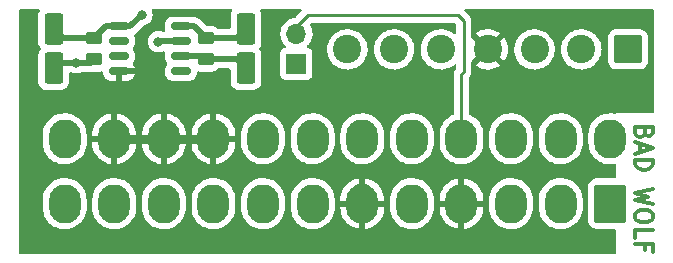
<source format=gbr>
G04 #@! TF.GenerationSoftware,KiCad,Pcbnew,(6.0.0-0)*
G04 #@! TF.CreationDate,2022-02-20T16:40:43-06:00*
G04 #@! TF.ProjectId,mactxlc,6d616374-786c-4632-9e6b-696361645f70,rev?*
G04 #@! TF.SameCoordinates,Original*
G04 #@! TF.FileFunction,Copper,L1,Top*
G04 #@! TF.FilePolarity,Positive*
%FSLAX46Y46*%
G04 Gerber Fmt 4.6, Leading zero omitted, Abs format (unit mm)*
G04 Created by KiCad (PCBNEW (6.0.0-0)) date 2022-02-20 16:40:43*
%MOMM*%
%LPD*%
G01*
G04 APERTURE LIST*
G04 Aperture macros list*
%AMRoundRect*
0 Rectangle with rounded corners*
0 $1 Rounding radius*
0 $2 $3 $4 $5 $6 $7 $8 $9 X,Y pos of 4 corners*
0 Add a 4 corners polygon primitive as box body*
4,1,4,$2,$3,$4,$5,$6,$7,$8,$9,$2,$3,0*
0 Add four circle primitives for the rounded corners*
1,1,$1+$1,$2,$3*
1,1,$1+$1,$4,$5*
1,1,$1+$1,$6,$7*
1,1,$1+$1,$8,$9*
0 Add four rect primitives between the rounded corners*
20,1,$1+$1,$2,$3,$4,$5,0*
20,1,$1+$1,$4,$5,$6,$7,0*
20,1,$1+$1,$6,$7,$8,$9,0*
20,1,$1+$1,$8,$9,$2,$3,0*%
G04 Aperture macros list end*
%ADD10C,0.300000*%
G04 #@! TA.AperFunction,NonConductor*
%ADD11C,0.300000*%
G04 #@! TD*
G04 #@! TA.AperFunction,ComponentPad*
%ADD12RoundRect,0.250001X0.949999X0.949999X-0.949999X0.949999X-0.949999X-0.949999X0.949999X-0.949999X0*%
G04 #@! TD*
G04 #@! TA.AperFunction,ComponentPad*
%ADD13C,2.400000*%
G04 #@! TD*
G04 #@! TA.AperFunction,SMDPad,CuDef*
%ADD14RoundRect,0.250000X0.550000X-1.075000X0.550000X1.075000X-0.550000X1.075000X-0.550000X-1.075000X0*%
G04 #@! TD*
G04 #@! TA.AperFunction,SMDPad,CuDef*
%ADD15RoundRect,0.150000X0.675000X0.150000X-0.675000X0.150000X-0.675000X-0.150000X0.675000X-0.150000X0*%
G04 #@! TD*
G04 #@! TA.AperFunction,SMDPad,CuDef*
%ADD16RoundRect,0.250000X0.450000X-0.262500X0.450000X0.262500X-0.450000X0.262500X-0.450000X-0.262500X0*%
G04 #@! TD*
G04 #@! TA.AperFunction,ComponentPad*
%ADD17RoundRect,0.251100X1.098900X1.398900X-1.098900X1.398900X-1.098900X-1.398900X1.098900X-1.398900X0*%
G04 #@! TD*
G04 #@! TA.AperFunction,ComponentPad*
%ADD18O,2.700000X3.300000*%
G04 #@! TD*
G04 #@! TA.AperFunction,ComponentPad*
%ADD19R,1.700000X1.700000*%
G04 #@! TD*
G04 #@! TA.AperFunction,ComponentPad*
%ADD20O,1.700000X1.700000*%
G04 #@! TD*
G04 #@! TA.AperFunction,ViaPad*
%ADD21C,0.800000*%
G04 #@! TD*
G04 #@! TA.AperFunction,Conductor*
%ADD22C,0.500000*%
G04 #@! TD*
G04 #@! TA.AperFunction,Conductor*
%ADD23C,0.250000*%
G04 #@! TD*
G04 #@! TA.AperFunction,Conductor*
%ADD24C,2.000000*%
G04 #@! TD*
G04 #@! TA.AperFunction,Conductor*
%ADD25C,0.750000*%
G04 #@! TD*
G04 APERTURE END LIST*
D10*
D11*
X258425142Y-59004000D02*
X258353714Y-59218285D01*
X258282285Y-59289714D01*
X258139428Y-59361142D01*
X257925142Y-59361142D01*
X257782285Y-59289714D01*
X257710857Y-59218285D01*
X257639428Y-59075428D01*
X257639428Y-58504000D01*
X259139428Y-58504000D01*
X259139428Y-59004000D01*
X259068000Y-59146857D01*
X258996571Y-59218285D01*
X258853714Y-59289714D01*
X258710857Y-59289714D01*
X258568000Y-59218285D01*
X258496571Y-59146857D01*
X258425142Y-59004000D01*
X258425142Y-58504000D01*
X258068000Y-59932571D02*
X258068000Y-60646857D01*
X257639428Y-59789714D02*
X259139428Y-60289714D01*
X257639428Y-60789714D01*
X257639428Y-61289714D02*
X259139428Y-61289714D01*
X259139428Y-61646857D01*
X259068000Y-61861142D01*
X258925142Y-62004000D01*
X258782285Y-62075428D01*
X258496571Y-62146857D01*
X258282285Y-62146857D01*
X257996571Y-62075428D01*
X257853714Y-62004000D01*
X257710857Y-61861142D01*
X257639428Y-61646857D01*
X257639428Y-61289714D01*
X259139428Y-63789714D02*
X257639428Y-64146857D01*
X258710857Y-64432571D01*
X257639428Y-64718285D01*
X259139428Y-65075428D01*
X259139428Y-65932571D02*
X259139428Y-66218285D01*
X259068000Y-66361142D01*
X258925142Y-66504000D01*
X258639428Y-66575428D01*
X258139428Y-66575428D01*
X257853714Y-66504000D01*
X257710857Y-66361142D01*
X257639428Y-66218285D01*
X257639428Y-65932571D01*
X257710857Y-65789714D01*
X257853714Y-65646857D01*
X258139428Y-65575428D01*
X258639428Y-65575428D01*
X258925142Y-65646857D01*
X259068000Y-65789714D01*
X259139428Y-65932571D01*
X257639428Y-67932571D02*
X257639428Y-67218285D01*
X259139428Y-67218285D01*
X258425142Y-68932571D02*
X258425142Y-68432571D01*
X257639428Y-68432571D02*
X259139428Y-68432571D01*
X259139428Y-69146857D01*
D12*
X257025000Y-51950000D03*
D13*
X253065000Y-51950000D03*
X249105000Y-51950000D03*
X245145000Y-51950000D03*
X241185000Y-51950000D03*
X237225000Y-51950000D03*
X233265000Y-51950000D03*
D14*
X224680000Y-50225000D03*
X224680000Y-53575000D03*
D15*
X219165000Y-53805000D03*
X219165000Y-52535000D03*
X219165000Y-51265000D03*
X219165000Y-49995000D03*
X213915000Y-49995000D03*
X213915000Y-51265000D03*
X213915000Y-52535000D03*
X213915000Y-53805000D03*
D16*
X211820000Y-52812500D03*
X211820000Y-50987500D03*
X221260000Y-52812500D03*
X221260000Y-50987500D03*
D14*
X208400000Y-53575000D03*
X208400000Y-50225000D03*
D17*
X255524000Y-65024000D03*
D18*
X251324000Y-65024000D03*
X247124000Y-65024000D03*
X242924000Y-65024000D03*
X238724000Y-65024000D03*
X234524000Y-65024000D03*
X230324000Y-65024000D03*
X226124000Y-65024000D03*
X221924000Y-65024000D03*
X217724000Y-65024000D03*
X213524000Y-65024000D03*
X209324000Y-65024000D03*
X255524000Y-59524000D03*
X251324000Y-59524000D03*
X247124000Y-59524000D03*
X242924000Y-59524000D03*
X238724000Y-59524000D03*
X234524000Y-59524000D03*
X230324000Y-59524000D03*
X226124000Y-59524000D03*
X221924000Y-59524000D03*
X217724000Y-59524000D03*
X213524000Y-59524000D03*
X209324000Y-59524000D03*
D19*
X228950000Y-53175000D03*
D20*
X228950000Y-50635000D03*
D21*
X215860000Y-49030000D03*
X210312000Y-53086000D03*
X217270000Y-51310000D03*
D22*
X211820000Y-52812500D02*
X211546500Y-53086000D01*
X211546500Y-53086000D02*
X208889000Y-53086000D01*
D23*
X242924000Y-59524000D02*
X242924000Y-54046000D01*
X242924000Y-54046000D02*
X243130000Y-53840000D01*
X243130000Y-53840000D02*
X243130000Y-49590000D01*
X243130000Y-49590000D02*
X242610000Y-49070000D01*
X242610000Y-49070000D02*
X229950000Y-49070000D01*
X229950000Y-49070000D02*
X228950000Y-50070000D01*
D24*
X234524000Y-65024000D02*
X234524000Y-64304000D01*
D25*
X213524000Y-59524000D02*
X221924000Y-59524000D01*
D22*
X213915000Y-49995000D02*
X214895000Y-49995000D01*
X214895000Y-49995000D02*
X215860000Y-49030000D01*
X219165000Y-51265000D02*
X217315000Y-51265000D01*
X217315000Y-51265000D02*
X217270000Y-51310000D01*
X211820000Y-50987500D02*
X209162500Y-50987500D01*
X209162500Y-50987500D02*
X208400000Y-50225000D01*
X213915000Y-49995000D02*
X212812500Y-49995000D01*
X212812500Y-49995000D02*
X211820000Y-50987500D01*
X221260000Y-52812500D02*
X223917500Y-52812500D01*
X223917500Y-52812500D02*
X224680000Y-53575000D01*
X219165000Y-52535000D02*
X220982500Y-52535000D01*
X220982500Y-52535000D02*
X221260000Y-52812500D01*
X221260000Y-50987500D02*
X223917500Y-50987500D01*
X223917500Y-50987500D02*
X224680000Y-50225000D01*
X219165000Y-49995000D02*
X220267500Y-49995000D01*
X220267500Y-49995000D02*
X221260000Y-50987500D01*
G04 #@! TA.AperFunction,Conductor*
G36*
X207181710Y-48553002D02*
G01*
X207228203Y-48606658D01*
X207238307Y-48676932D01*
X207220849Y-48725116D01*
X207157885Y-48827262D01*
X207102203Y-48995139D01*
X207101503Y-49001975D01*
X207101502Y-49001978D01*
X207097091Y-49045031D01*
X207091500Y-49099600D01*
X207091500Y-51350400D01*
X207091837Y-51353646D01*
X207091837Y-51353650D01*
X207101211Y-51443990D01*
X207102474Y-51456166D01*
X207104655Y-51462702D01*
X207104655Y-51462704D01*
X207143114Y-51577978D01*
X207158450Y-51623946D01*
X207251522Y-51774348D01*
X207256704Y-51779521D01*
X207256708Y-51779526D01*
X207288108Y-51810871D01*
X207322188Y-51873153D01*
X207317185Y-51943973D01*
X207288265Y-51989061D01*
X207260358Y-52017017D01*
X207250695Y-52026697D01*
X207246855Y-52032927D01*
X207246854Y-52032928D01*
X207169458Y-52158488D01*
X207157885Y-52177262D01*
X207133451Y-52250930D01*
X207108054Y-52327500D01*
X207102203Y-52345139D01*
X207091500Y-52449600D01*
X207091500Y-54700400D01*
X207102474Y-54806166D01*
X207158450Y-54973946D01*
X207251522Y-55124348D01*
X207376697Y-55249305D01*
X207382927Y-55253145D01*
X207382928Y-55253146D01*
X207520090Y-55337694D01*
X207527262Y-55342115D01*
X207607005Y-55368564D01*
X207688611Y-55395632D01*
X207688613Y-55395632D01*
X207695139Y-55397797D01*
X207701975Y-55398497D01*
X207701978Y-55398498D01*
X207745031Y-55402909D01*
X207799600Y-55408500D01*
X209000400Y-55408500D01*
X209003646Y-55408163D01*
X209003650Y-55408163D01*
X209099308Y-55398238D01*
X209099312Y-55398237D01*
X209106166Y-55397526D01*
X209112702Y-55395345D01*
X209112704Y-55395345D01*
X209244806Y-55351272D01*
X209273946Y-55341550D01*
X209424348Y-55248478D01*
X209549305Y-55123303D01*
X209642115Y-54972738D01*
X209697797Y-54804861D01*
X209708500Y-54700400D01*
X209708500Y-54005805D01*
X209728502Y-53937684D01*
X209782158Y-53891191D01*
X209852432Y-53881087D01*
X209885749Y-53890698D01*
X210005958Y-53944218D01*
X210029712Y-53954794D01*
X210122308Y-53974476D01*
X210210056Y-53993128D01*
X210210061Y-53993128D01*
X210216513Y-53994500D01*
X210407487Y-53994500D01*
X210413939Y-53993128D01*
X210413944Y-53993128D01*
X210501692Y-53974476D01*
X210594288Y-53954794D01*
X210617800Y-53944326D01*
X210762722Y-53879803D01*
X210762724Y-53879802D01*
X210768752Y-53877118D01*
X210774091Y-53873239D01*
X210774098Y-53873235D01*
X210780528Y-53868563D01*
X210854587Y-53844500D01*
X211479430Y-53844500D01*
X211498380Y-53845933D01*
X211512615Y-53848099D01*
X211512619Y-53848099D01*
X211519849Y-53849199D01*
X211527141Y-53848606D01*
X211527144Y-53848606D01*
X211572518Y-53844915D01*
X211582733Y-53844500D01*
X211590793Y-53844500D01*
X211604083Y-53842951D01*
X211619007Y-53841211D01*
X211623382Y-53840778D01*
X211696137Y-53834860D01*
X211696147Y-53834978D01*
X211711081Y-53833500D01*
X212320400Y-53833500D01*
X212323646Y-53833163D01*
X212323650Y-53833163D01*
X212379163Y-53827403D01*
X212426166Y-53822526D01*
X212430357Y-53821128D01*
X212500210Y-53826228D01*
X212556982Y-53868860D01*
X212581693Y-53935417D01*
X212582001Y-53944218D01*
X212582001Y-54018983D01*
X212582195Y-54023920D01*
X212584430Y-54052336D01*
X212586730Y-54064931D01*
X212629107Y-54210790D01*
X212635352Y-54225221D01*
X212711911Y-54354678D01*
X212721551Y-54367104D01*
X212827896Y-54473449D01*
X212840322Y-54483089D01*
X212969779Y-54559648D01*
X212984210Y-54565893D01*
X213130065Y-54608269D01*
X213142667Y-54610570D01*
X213171084Y-54612807D01*
X213176014Y-54613000D01*
X213642885Y-54613000D01*
X213658124Y-54608525D01*
X213659329Y-54607135D01*
X213661000Y-54599452D01*
X213661000Y-54594884D01*
X214169000Y-54594884D01*
X214173475Y-54610123D01*
X214174865Y-54611328D01*
X214182548Y-54612999D01*
X214653984Y-54612999D01*
X214658920Y-54612805D01*
X214687336Y-54610570D01*
X214699931Y-54608270D01*
X214845790Y-54565893D01*
X214860221Y-54559648D01*
X214989678Y-54483089D01*
X215002104Y-54473449D01*
X215108449Y-54367104D01*
X215118089Y-54354678D01*
X215194648Y-54225221D01*
X215200893Y-54210790D01*
X215239939Y-54076395D01*
X215239899Y-54062294D01*
X215232630Y-54059000D01*
X214187115Y-54059000D01*
X214171876Y-54063475D01*
X214170671Y-54064865D01*
X214169000Y-54072548D01*
X214169000Y-54594884D01*
X213661000Y-54594884D01*
X213661000Y-53677000D01*
X213681002Y-53608879D01*
X213734658Y-53562386D01*
X213787000Y-53551000D01*
X215226878Y-53551000D01*
X215240409Y-53547027D01*
X215241544Y-53539129D01*
X215200893Y-53399210D01*
X215194648Y-53384779D01*
X215118089Y-53255323D01*
X215112129Y-53247640D01*
X215086180Y-53181556D01*
X215100078Y-53111933D01*
X215110421Y-53095839D01*
X215114453Y-53091807D01*
X215199145Y-52948601D01*
X215245562Y-52788831D01*
X215247576Y-52763251D01*
X215248307Y-52753958D01*
X215248307Y-52753950D01*
X215248500Y-52751502D01*
X215248500Y-52318498D01*
X215248307Y-52316042D01*
X215246067Y-52287579D01*
X215246066Y-52287574D01*
X215245562Y-52281169D01*
X215207564Y-52150378D01*
X215201357Y-52129012D01*
X215201356Y-52129010D01*
X215199145Y-52121399D01*
X215114453Y-51978193D01*
X215111771Y-51975511D01*
X215086498Y-51911139D01*
X215100400Y-51841516D01*
X215110572Y-51825688D01*
X215114453Y-51821807D01*
X215199145Y-51678601D01*
X215245562Y-51518831D01*
X215247567Y-51493365D01*
X215248307Y-51483958D01*
X215248307Y-51483950D01*
X215248500Y-51481502D01*
X215248500Y-51048498D01*
X215245562Y-51011169D01*
X215199145Y-50851399D01*
X215195109Y-50844574D01*
X215191962Y-50837303D01*
X215194074Y-50836389D01*
X215179475Y-50778845D01*
X215201992Y-50711513D01*
X215238367Y-50680014D01*
X215236937Y-50677833D01*
X215297976Y-50637814D01*
X215301680Y-50635477D01*
X215364107Y-50597595D01*
X215372484Y-50590197D01*
X215372508Y-50590224D01*
X215375500Y-50587571D01*
X215378733Y-50584868D01*
X215384852Y-50580856D01*
X215438128Y-50524617D01*
X215440506Y-50522175D01*
X216016331Y-49946350D01*
X216079228Y-49912199D01*
X216135824Y-49900169D01*
X216135833Y-49900166D01*
X216142288Y-49898794D01*
X216148319Y-49896109D01*
X216310722Y-49823803D01*
X216310724Y-49823802D01*
X216316752Y-49821118D01*
X216471253Y-49708866D01*
X216551833Y-49619373D01*
X216594621Y-49571852D01*
X216594622Y-49571851D01*
X216599040Y-49566944D01*
X216690146Y-49409144D01*
X216691223Y-49407279D01*
X216691224Y-49407278D01*
X216694527Y-49401556D01*
X216753542Y-49219928D01*
X216756370Y-49193027D01*
X216772814Y-49036565D01*
X216773504Y-49030000D01*
X216753542Y-48840072D01*
X216707359Y-48697936D01*
X216705331Y-48626969D01*
X216741994Y-48566171D01*
X216805706Y-48534845D01*
X216827192Y-48533000D01*
X223393589Y-48533000D01*
X223461710Y-48553002D01*
X223508203Y-48606658D01*
X223518307Y-48676932D01*
X223500849Y-48725116D01*
X223437885Y-48827262D01*
X223382203Y-48995139D01*
X223381503Y-49001975D01*
X223381502Y-49001978D01*
X223377091Y-49045031D01*
X223371500Y-49099600D01*
X223371500Y-50103000D01*
X223351498Y-50171121D01*
X223297842Y-50217614D01*
X223245500Y-50229000D01*
X222338915Y-50229000D01*
X222270794Y-50208998D01*
X222249897Y-50192173D01*
X222188483Y-50130866D01*
X222183303Y-50125695D01*
X222146485Y-50103000D01*
X222038968Y-50036725D01*
X222038966Y-50036724D01*
X222032738Y-50032885D01*
X221952995Y-50006436D01*
X221871389Y-49979368D01*
X221871387Y-49979368D01*
X221864861Y-49977203D01*
X221858025Y-49976503D01*
X221858022Y-49976502D01*
X221814969Y-49972091D01*
X221760400Y-49966500D01*
X221363871Y-49966500D01*
X221295750Y-49946498D01*
X221274776Y-49929595D01*
X220851270Y-49506089D01*
X220838884Y-49491677D01*
X220830351Y-49480082D01*
X220830346Y-49480077D01*
X220826008Y-49474182D01*
X220820430Y-49469443D01*
X220820427Y-49469440D01*
X220785732Y-49439965D01*
X220778216Y-49433035D01*
X220772521Y-49427340D01*
X220756236Y-49414456D01*
X220750249Y-49409719D01*
X220746845Y-49406928D01*
X220696797Y-49364409D01*
X220696795Y-49364408D01*
X220691215Y-49359667D01*
X220684699Y-49356339D01*
X220679650Y-49352972D01*
X220674521Y-49349805D01*
X220668784Y-49345266D01*
X220602625Y-49314345D01*
X220598725Y-49312439D01*
X220533692Y-49279231D01*
X220526584Y-49277492D01*
X220520941Y-49275393D01*
X220515178Y-49273476D01*
X220508550Y-49270378D01*
X220437083Y-49255513D01*
X220432799Y-49254543D01*
X220361890Y-49237192D01*
X220356288Y-49236844D01*
X220356285Y-49236844D01*
X220350736Y-49236500D01*
X220350738Y-49236464D01*
X220346745Y-49236225D01*
X220342553Y-49235851D01*
X220335385Y-49234360D01*
X220280122Y-49235855D01*
X220257979Y-49236454D01*
X220254572Y-49236500D01*
X220123754Y-49236500D01*
X220088602Y-49231497D01*
X219950011Y-49191233D01*
X219950007Y-49191232D01*
X219943831Y-49189438D01*
X219937426Y-49188934D01*
X219937421Y-49188933D01*
X219908958Y-49186693D01*
X219908950Y-49186693D01*
X219906502Y-49186500D01*
X218423498Y-49186500D01*
X218421050Y-49186693D01*
X218421042Y-49186693D01*
X218392579Y-49188933D01*
X218392574Y-49188934D01*
X218386169Y-49189438D01*
X218303811Y-49213365D01*
X218234012Y-49233643D01*
X218234010Y-49233644D01*
X218226399Y-49235855D01*
X218219572Y-49239892D01*
X218219573Y-49239892D01*
X218090020Y-49316509D01*
X218090017Y-49316511D01*
X218083193Y-49320547D01*
X217965547Y-49438193D01*
X217961511Y-49445017D01*
X217961509Y-49445020D01*
X217925393Y-49506089D01*
X217880855Y-49581399D01*
X217834438Y-49741169D01*
X217831500Y-49778498D01*
X217831500Y-50211502D01*
X217831693Y-50213950D01*
X217831693Y-50213958D01*
X217833888Y-50241837D01*
X217834438Y-50248831D01*
X217836232Y-50255007D01*
X217836233Y-50255011D01*
X217862478Y-50345348D01*
X217862275Y-50416344D01*
X217823721Y-50475960D01*
X217759056Y-50505268D01*
X217741481Y-50506500D01*
X217725724Y-50506500D01*
X217674475Y-50495607D01*
X217558319Y-50443891D01*
X217558318Y-50443891D01*
X217552288Y-50441206D01*
X217458887Y-50421353D01*
X217371944Y-50402872D01*
X217371939Y-50402872D01*
X217365487Y-50401500D01*
X217174513Y-50401500D01*
X217168061Y-50402872D01*
X217168056Y-50402872D01*
X217081112Y-50421353D01*
X216987712Y-50441206D01*
X216981682Y-50443891D01*
X216981681Y-50443891D01*
X216819278Y-50516197D01*
X216819276Y-50516198D01*
X216813248Y-50518882D01*
X216807907Y-50522762D01*
X216807906Y-50522763D01*
X216795358Y-50531880D01*
X216658747Y-50631134D01*
X216654326Y-50636044D01*
X216654325Y-50636045D01*
X216542853Y-50759848D01*
X216530960Y-50773056D01*
X216501135Y-50824715D01*
X216441490Y-50928023D01*
X216435473Y-50938444D01*
X216376458Y-51120072D01*
X216375768Y-51126633D01*
X216375768Y-51126635D01*
X216362380Y-51254020D01*
X216356496Y-51310000D01*
X216357186Y-51316565D01*
X216374780Y-51483958D01*
X216376458Y-51499928D01*
X216435473Y-51681556D01*
X216438776Y-51687278D01*
X216438777Y-51687279D01*
X216458105Y-51720756D01*
X216530960Y-51846944D01*
X216535378Y-51851851D01*
X216535379Y-51851852D01*
X216626597Y-51953160D01*
X216658747Y-51988866D01*
X216719393Y-52032928D01*
X216793408Y-52086703D01*
X216813248Y-52101118D01*
X216819276Y-52103802D01*
X216819278Y-52103803D01*
X216981681Y-52176109D01*
X216987712Y-52178794D01*
X217081112Y-52198647D01*
X217168056Y-52217128D01*
X217168061Y-52217128D01*
X217174513Y-52218500D01*
X217365487Y-52218500D01*
X217371939Y-52217128D01*
X217371944Y-52217128D01*
X217458888Y-52198647D01*
X217552288Y-52178794D01*
X217558443Y-52176054D01*
X217597896Y-52158488D01*
X217662542Y-52129706D01*
X217732908Y-52120272D01*
X217797205Y-52150378D01*
X217835019Y-52210467D01*
X217834838Y-52268189D01*
X217837390Y-52268655D01*
X217836232Y-52274994D01*
X217834438Y-52281169D01*
X217833934Y-52287574D01*
X217833933Y-52287579D01*
X217831693Y-52316042D01*
X217831500Y-52318498D01*
X217831500Y-52751502D01*
X217831693Y-52753950D01*
X217831693Y-52753958D01*
X217832425Y-52763251D01*
X217834438Y-52788831D01*
X217880855Y-52948601D01*
X217965547Y-53091807D01*
X217968229Y-53094489D01*
X217993502Y-53158861D01*
X217979600Y-53228484D01*
X217969428Y-53244312D01*
X217965547Y-53248193D01*
X217880855Y-53391399D01*
X217878644Y-53399010D01*
X217878643Y-53399012D01*
X217863472Y-53451231D01*
X217834438Y-53551169D01*
X217833934Y-53557574D01*
X217833933Y-53557579D01*
X217831693Y-53586042D01*
X217831500Y-53588498D01*
X217831500Y-54021502D01*
X217831693Y-54023950D01*
X217831693Y-54023958D01*
X217833927Y-54052336D01*
X217834438Y-54058831D01*
X217856659Y-54135316D01*
X217878586Y-54210790D01*
X217880855Y-54218601D01*
X217884892Y-54225427D01*
X217961509Y-54354980D01*
X217961511Y-54354983D01*
X217965547Y-54361807D01*
X218083193Y-54479453D01*
X218090017Y-54483489D01*
X218090020Y-54483491D01*
X218173957Y-54533131D01*
X218226399Y-54564145D01*
X218234010Y-54566356D01*
X218234012Y-54566357D01*
X218286231Y-54581528D01*
X218386169Y-54610562D01*
X218392574Y-54611066D01*
X218392579Y-54611067D01*
X218421042Y-54613307D01*
X218421050Y-54613307D01*
X218423498Y-54613500D01*
X219906502Y-54613500D01*
X219908950Y-54613307D01*
X219908958Y-54613307D01*
X219937421Y-54611067D01*
X219937426Y-54611066D01*
X219943831Y-54610562D01*
X220043769Y-54581528D01*
X220095988Y-54566357D01*
X220095990Y-54566356D01*
X220103601Y-54564145D01*
X220156043Y-54533131D01*
X220239980Y-54483491D01*
X220239983Y-54483489D01*
X220246807Y-54479453D01*
X220364453Y-54361807D01*
X220368489Y-54354983D01*
X220368491Y-54354980D01*
X220445108Y-54225427D01*
X220449145Y-54218601D01*
X220451415Y-54210790D01*
X220473341Y-54135316D01*
X220495562Y-54058831D01*
X220496074Y-54052336D01*
X220498307Y-54023958D01*
X220498307Y-54023950D01*
X220498500Y-54021502D01*
X220498500Y-53944326D01*
X220518502Y-53876205D01*
X220572158Y-53829712D01*
X220642432Y-53819608D01*
X220649146Y-53820809D01*
X220655139Y-53822797D01*
X220661979Y-53823498D01*
X220661980Y-53823498D01*
X220679430Y-53825286D01*
X220759600Y-53833500D01*
X221760400Y-53833500D01*
X221763646Y-53833163D01*
X221763650Y-53833163D01*
X221859308Y-53823238D01*
X221859312Y-53823237D01*
X221866166Y-53822526D01*
X221872702Y-53820345D01*
X221872704Y-53820345D01*
X222026998Y-53768868D01*
X222033946Y-53766550D01*
X222184348Y-53673478D01*
X222249731Y-53607982D01*
X222312013Y-53573903D01*
X222338903Y-53571000D01*
X223245500Y-53571000D01*
X223313621Y-53591002D01*
X223360114Y-53644658D01*
X223371500Y-53697000D01*
X223371500Y-54700400D01*
X223382474Y-54806166D01*
X223438450Y-54973946D01*
X223531522Y-55124348D01*
X223656697Y-55249305D01*
X223662927Y-55253145D01*
X223662928Y-55253146D01*
X223800090Y-55337694D01*
X223807262Y-55342115D01*
X223887005Y-55368564D01*
X223968611Y-55395632D01*
X223968613Y-55395632D01*
X223975139Y-55397797D01*
X223981975Y-55398497D01*
X223981978Y-55398498D01*
X224025031Y-55402909D01*
X224079600Y-55408500D01*
X225280400Y-55408500D01*
X225283646Y-55408163D01*
X225283650Y-55408163D01*
X225379308Y-55398238D01*
X225379312Y-55398237D01*
X225386166Y-55397526D01*
X225392702Y-55395345D01*
X225392704Y-55395345D01*
X225524806Y-55351272D01*
X225553946Y-55341550D01*
X225704348Y-55248478D01*
X225829305Y-55123303D01*
X225922115Y-54972738D01*
X225977797Y-54804861D01*
X225988500Y-54700400D01*
X225988500Y-52449600D01*
X225977526Y-52343834D01*
X225969898Y-52320968D01*
X225923868Y-52183002D01*
X225921550Y-52176054D01*
X225828478Y-52025652D01*
X225823296Y-52020479D01*
X225823292Y-52020474D01*
X225791892Y-51989129D01*
X225757812Y-51926847D01*
X225762815Y-51856027D01*
X225791735Y-51810939D01*
X225824133Y-51778484D01*
X225829305Y-51773303D01*
X225833146Y-51767072D01*
X225918275Y-51628968D01*
X225918276Y-51628966D01*
X225922115Y-51622738D01*
X225977797Y-51454861D01*
X225979762Y-51435689D01*
X225988172Y-51353598D01*
X225988500Y-51350400D01*
X225988500Y-49099600D01*
X225981960Y-49036565D01*
X225978238Y-49000692D01*
X225978237Y-49000688D01*
X225977526Y-48993834D01*
X225921550Y-48826054D01*
X225859203Y-48725303D01*
X225840365Y-48656851D01*
X225861526Y-48589082D01*
X225915967Y-48543510D01*
X225966347Y-48533000D01*
X229286906Y-48533000D01*
X229355027Y-48553002D01*
X229401520Y-48606658D01*
X229411624Y-48676932D01*
X229382130Y-48741512D01*
X229376001Y-48748095D01*
X228877057Y-49247039D01*
X228814745Y-49281065D01*
X228807028Y-49282492D01*
X228634091Y-49308955D01*
X228421756Y-49378357D01*
X228417164Y-49380747D01*
X228417165Y-49380747D01*
X228262734Y-49461139D01*
X228223607Y-49481507D01*
X228219474Y-49484610D01*
X228219471Y-49484612D01*
X228049100Y-49612530D01*
X228044965Y-49615635D01*
X227890629Y-49777138D01*
X227887715Y-49781410D01*
X227887714Y-49781411D01*
X227863275Y-49817237D01*
X227764743Y-49961680D01*
X227670688Y-50164305D01*
X227610989Y-50379570D01*
X227587251Y-50601695D01*
X227587548Y-50606848D01*
X227587548Y-50606851D01*
X227598465Y-50796185D01*
X227600110Y-50824715D01*
X227601247Y-50829761D01*
X227601248Y-50829767D01*
X227617595Y-50902303D01*
X227649222Y-51042639D01*
X227733266Y-51249616D01*
X227735965Y-51254020D01*
X227832101Y-51410900D01*
X227849987Y-51440088D01*
X227996250Y-51608938D01*
X228000230Y-51612242D01*
X228004981Y-51616187D01*
X228044616Y-51675090D01*
X228046113Y-51746071D01*
X228008997Y-51806593D01*
X227968725Y-51831112D01*
X227902265Y-51856027D01*
X227853295Y-51874385D01*
X227736739Y-51961739D01*
X227649385Y-52078295D01*
X227598255Y-52214684D01*
X227591500Y-52276866D01*
X227591500Y-54073134D01*
X227598255Y-54135316D01*
X227649385Y-54271705D01*
X227736739Y-54388261D01*
X227853295Y-54475615D01*
X227989684Y-54526745D01*
X228051866Y-54533500D01*
X229848134Y-54533500D01*
X229910316Y-54526745D01*
X230046705Y-54475615D01*
X230163261Y-54388261D01*
X230250615Y-54271705D01*
X230301745Y-54135316D01*
X230308500Y-54073134D01*
X230308500Y-52276866D01*
X230301745Y-52214684D01*
X230250615Y-52078295D01*
X230163261Y-51961739D01*
X230087756Y-51905151D01*
X231552296Y-51905151D01*
X231552520Y-51909817D01*
X231552520Y-51909822D01*
X231557677Y-52017173D01*
X231564480Y-52158798D01*
X231579341Y-52233510D01*
X231601546Y-52345139D01*
X231614021Y-52407857D01*
X231615600Y-52412255D01*
X231615602Y-52412262D01*
X231660022Y-52535980D01*
X231699831Y-52646858D01*
X231820025Y-52870551D01*
X231822820Y-52874294D01*
X231822822Y-52874297D01*
X231969171Y-53070282D01*
X231969176Y-53070288D01*
X231971963Y-53074020D01*
X231975272Y-53077300D01*
X231975277Y-53077306D01*
X232148990Y-53249509D01*
X232152307Y-53252797D01*
X232156069Y-53255555D01*
X232156072Y-53255558D01*
X232264253Y-53334879D01*
X232357094Y-53402953D01*
X232361229Y-53405129D01*
X232361233Y-53405131D01*
X232478447Y-53466800D01*
X232581827Y-53521191D01*
X232633194Y-53539129D01*
X232815764Y-53602885D01*
X232821568Y-53604912D01*
X233071050Y-53652278D01*
X233191532Y-53657011D01*
X233320125Y-53662064D01*
X233320130Y-53662064D01*
X233324793Y-53662247D01*
X233415821Y-53652278D01*
X233572569Y-53635112D01*
X233572575Y-53635111D01*
X233577222Y-53634602D01*
X233596909Y-53629419D01*
X233818273Y-53571138D01*
X233822793Y-53569948D01*
X233987221Y-53499305D01*
X234051807Y-53471557D01*
X234051810Y-53471555D01*
X234056110Y-53469708D01*
X234060090Y-53467245D01*
X234060094Y-53467243D01*
X234268064Y-53338547D01*
X234268066Y-53338545D01*
X234272047Y-53336082D01*
X234370428Y-53252797D01*
X234462289Y-53175031D01*
X234462291Y-53175029D01*
X234465862Y-53172006D01*
X234633295Y-52981084D01*
X234650049Y-52955038D01*
X234768141Y-52771442D01*
X234770669Y-52767512D01*
X234874967Y-52535980D01*
X234876288Y-52531298D01*
X234898421Y-52452817D01*
X234943896Y-52291575D01*
X234967784Y-52103803D01*
X234975545Y-52042798D01*
X234975545Y-52042792D01*
X234975943Y-52039667D01*
X234976027Y-52036483D01*
X234977578Y-51977225D01*
X234978291Y-51950000D01*
X234974958Y-51905151D01*
X235512296Y-51905151D01*
X235512520Y-51909817D01*
X235512520Y-51909822D01*
X235517677Y-52017173D01*
X235524480Y-52158798D01*
X235539341Y-52233510D01*
X235561546Y-52345139D01*
X235574021Y-52407857D01*
X235575600Y-52412255D01*
X235575602Y-52412262D01*
X235620022Y-52535980D01*
X235659831Y-52646858D01*
X235780025Y-52870551D01*
X235782820Y-52874294D01*
X235782822Y-52874297D01*
X235929171Y-53070282D01*
X235929176Y-53070288D01*
X235931963Y-53074020D01*
X235935272Y-53077300D01*
X235935277Y-53077306D01*
X236108990Y-53249509D01*
X236112307Y-53252797D01*
X236116069Y-53255555D01*
X236116072Y-53255558D01*
X236224253Y-53334879D01*
X236317094Y-53402953D01*
X236321229Y-53405129D01*
X236321233Y-53405131D01*
X236438447Y-53466800D01*
X236541827Y-53521191D01*
X236593194Y-53539129D01*
X236775764Y-53602885D01*
X236781568Y-53604912D01*
X237031050Y-53652278D01*
X237151532Y-53657011D01*
X237280125Y-53662064D01*
X237280130Y-53662064D01*
X237284793Y-53662247D01*
X237375821Y-53652278D01*
X237532569Y-53635112D01*
X237532575Y-53635111D01*
X237537222Y-53634602D01*
X237556909Y-53629419D01*
X237778273Y-53571138D01*
X237782793Y-53569948D01*
X237947221Y-53499305D01*
X238011807Y-53471557D01*
X238011810Y-53471555D01*
X238016110Y-53469708D01*
X238020090Y-53467245D01*
X238020094Y-53467243D01*
X238228064Y-53338547D01*
X238228066Y-53338545D01*
X238232047Y-53336082D01*
X238330428Y-53252797D01*
X238422289Y-53175031D01*
X238422291Y-53175029D01*
X238425862Y-53172006D01*
X238593295Y-52981084D01*
X238610049Y-52955038D01*
X238728141Y-52771442D01*
X238730669Y-52767512D01*
X238834967Y-52535980D01*
X238836288Y-52531298D01*
X238858421Y-52452817D01*
X238903896Y-52291575D01*
X238927784Y-52103803D01*
X238935545Y-52042798D01*
X238935545Y-52042792D01*
X238935943Y-52039667D01*
X238936027Y-52036483D01*
X238937578Y-51977225D01*
X238938291Y-51950000D01*
X238934958Y-51905151D01*
X238919818Y-51701411D01*
X238919817Y-51701407D01*
X238919472Y-51696759D01*
X238915364Y-51678601D01*
X238864459Y-51453639D01*
X238863428Y-51449082D01*
X238861448Y-51443990D01*
X238773084Y-51216762D01*
X238773083Y-51216760D01*
X238771391Y-51212409D01*
X238750866Y-51176498D01*
X238647702Y-50995997D01*
X238647700Y-50995995D01*
X238645383Y-50991940D01*
X238488171Y-50792517D01*
X238364368Y-50676055D01*
X238306610Y-50621722D01*
X238306608Y-50621720D01*
X238303209Y-50618523D01*
X238258592Y-50587571D01*
X238098393Y-50476437D01*
X238098390Y-50476435D01*
X238094561Y-50473779D01*
X238090384Y-50471719D01*
X238090377Y-50471715D01*
X237870996Y-50363528D01*
X237870992Y-50363527D01*
X237866810Y-50361464D01*
X237624960Y-50284047D01*
X237620355Y-50283297D01*
X237378935Y-50243980D01*
X237378934Y-50243980D01*
X237374323Y-50243229D01*
X237247364Y-50241567D01*
X237125083Y-50239966D01*
X237125080Y-50239966D01*
X237120406Y-50239905D01*
X236868787Y-50274149D01*
X236864301Y-50275457D01*
X236864299Y-50275457D01*
X236837401Y-50283297D01*
X236624993Y-50345208D01*
X236620740Y-50347168D01*
X236620739Y-50347169D01*
X236592818Y-50360041D01*
X236394380Y-50451522D01*
X236390471Y-50454085D01*
X236185928Y-50588189D01*
X236185923Y-50588193D01*
X236182015Y-50590755D01*
X235992562Y-50759848D01*
X235830183Y-50955087D01*
X235698447Y-51172182D01*
X235696638Y-51176496D01*
X235696637Y-51176498D01*
X235625084Y-51347134D01*
X235600246Y-51406365D01*
X235599095Y-51410897D01*
X235599094Y-51410900D01*
X235573311Y-51512421D01*
X235537738Y-51652490D01*
X235512296Y-51905151D01*
X234974958Y-51905151D01*
X234959818Y-51701411D01*
X234959817Y-51701407D01*
X234959472Y-51696759D01*
X234955364Y-51678601D01*
X234904459Y-51453639D01*
X234903428Y-51449082D01*
X234901448Y-51443990D01*
X234813084Y-51216762D01*
X234813083Y-51216760D01*
X234811391Y-51212409D01*
X234790866Y-51176498D01*
X234687702Y-50995997D01*
X234687700Y-50995995D01*
X234685383Y-50991940D01*
X234528171Y-50792517D01*
X234404368Y-50676055D01*
X234346610Y-50621722D01*
X234346608Y-50621720D01*
X234343209Y-50618523D01*
X234298592Y-50587571D01*
X234138393Y-50476437D01*
X234138390Y-50476435D01*
X234134561Y-50473779D01*
X234130384Y-50471719D01*
X234130377Y-50471715D01*
X233910996Y-50363528D01*
X233910992Y-50363527D01*
X233906810Y-50361464D01*
X233664960Y-50284047D01*
X233660355Y-50283297D01*
X233418935Y-50243980D01*
X233418934Y-50243980D01*
X233414323Y-50243229D01*
X233287364Y-50241567D01*
X233165083Y-50239966D01*
X233165080Y-50239966D01*
X233160406Y-50239905D01*
X232908787Y-50274149D01*
X232904301Y-50275457D01*
X232904299Y-50275457D01*
X232877401Y-50283297D01*
X232664993Y-50345208D01*
X232660740Y-50347168D01*
X232660739Y-50347169D01*
X232632818Y-50360041D01*
X232434380Y-50451522D01*
X232430471Y-50454085D01*
X232225928Y-50588189D01*
X232225923Y-50588193D01*
X232222015Y-50590755D01*
X232032562Y-50759848D01*
X231870183Y-50955087D01*
X231738447Y-51172182D01*
X231736638Y-51176496D01*
X231736637Y-51176498D01*
X231665084Y-51347134D01*
X231640246Y-51406365D01*
X231639095Y-51410897D01*
X231639094Y-51410900D01*
X231613311Y-51512421D01*
X231577738Y-51652490D01*
X231552296Y-51905151D01*
X230087756Y-51905151D01*
X230046705Y-51874385D01*
X230034132Y-51869672D01*
X229928203Y-51829960D01*
X229871439Y-51787318D01*
X229846739Y-51720756D01*
X229861947Y-51651408D01*
X229883493Y-51622727D01*
X229920758Y-51585592D01*
X229988096Y-51518489D01*
X230001434Y-51499928D01*
X230115435Y-51341277D01*
X230118453Y-51337077D01*
X230180068Y-51212409D01*
X230215136Y-51141453D01*
X230215137Y-51141451D01*
X230217430Y-51136811D01*
X230273332Y-50952817D01*
X230280865Y-50928023D01*
X230280865Y-50928021D01*
X230282370Y-50923069D01*
X230311529Y-50701590D01*
X230312056Y-50680014D01*
X230313074Y-50638365D01*
X230313074Y-50638361D01*
X230313156Y-50635000D01*
X230294852Y-50412361D01*
X230240431Y-50195702D01*
X230151354Y-49990840D01*
X230133745Y-49963621D01*
X230117787Y-49938953D01*
X230097581Y-49870893D01*
X230117378Y-49802712D01*
X230134485Y-49781419D01*
X230175499Y-49740405D01*
X230237811Y-49706379D01*
X230264594Y-49703500D01*
X242295405Y-49703500D01*
X242363526Y-49723502D01*
X242384501Y-49740405D01*
X242459596Y-49815501D01*
X242493621Y-49877814D01*
X242496500Y-49904596D01*
X242496500Y-50546463D01*
X242476498Y-50614584D01*
X242422842Y-50661077D01*
X242352568Y-50671181D01*
X242284168Y-50638238D01*
X242266617Y-50621728D01*
X242266610Y-50621722D01*
X242263209Y-50618523D01*
X242218592Y-50587571D01*
X242058393Y-50476437D01*
X242058390Y-50476435D01*
X242054561Y-50473779D01*
X242050384Y-50471719D01*
X242050377Y-50471715D01*
X241830996Y-50363528D01*
X241830992Y-50363527D01*
X241826810Y-50361464D01*
X241584960Y-50284047D01*
X241580355Y-50283297D01*
X241338935Y-50243980D01*
X241338934Y-50243980D01*
X241334323Y-50243229D01*
X241207364Y-50241567D01*
X241085083Y-50239966D01*
X241085080Y-50239966D01*
X241080406Y-50239905D01*
X240828787Y-50274149D01*
X240824301Y-50275457D01*
X240824299Y-50275457D01*
X240797401Y-50283297D01*
X240584993Y-50345208D01*
X240580740Y-50347168D01*
X240580739Y-50347169D01*
X240552818Y-50360041D01*
X240354380Y-50451522D01*
X240350471Y-50454085D01*
X240145928Y-50588189D01*
X240145923Y-50588193D01*
X240142015Y-50590755D01*
X239952562Y-50759848D01*
X239790183Y-50955087D01*
X239658447Y-51172182D01*
X239656638Y-51176496D01*
X239656637Y-51176498D01*
X239585084Y-51347134D01*
X239560246Y-51406365D01*
X239559095Y-51410897D01*
X239559094Y-51410900D01*
X239533311Y-51512421D01*
X239497738Y-51652490D01*
X239472296Y-51905151D01*
X239472520Y-51909817D01*
X239472520Y-51909822D01*
X239477677Y-52017173D01*
X239484480Y-52158798D01*
X239499341Y-52233510D01*
X239521546Y-52345139D01*
X239534021Y-52407857D01*
X239535600Y-52412255D01*
X239535602Y-52412262D01*
X239580022Y-52535980D01*
X239619831Y-52646858D01*
X239740025Y-52870551D01*
X239742820Y-52874294D01*
X239742822Y-52874297D01*
X239889171Y-53070282D01*
X239889176Y-53070288D01*
X239891963Y-53074020D01*
X239895272Y-53077300D01*
X239895277Y-53077306D01*
X240068990Y-53249509D01*
X240072307Y-53252797D01*
X240076069Y-53255555D01*
X240076072Y-53255558D01*
X240184253Y-53334879D01*
X240277094Y-53402953D01*
X240281229Y-53405129D01*
X240281233Y-53405131D01*
X240398447Y-53466800D01*
X240501827Y-53521191D01*
X240553194Y-53539129D01*
X240735764Y-53602885D01*
X240741568Y-53604912D01*
X240991050Y-53652278D01*
X241111532Y-53657011D01*
X241240125Y-53662064D01*
X241240130Y-53662064D01*
X241244793Y-53662247D01*
X241335821Y-53652278D01*
X241492569Y-53635112D01*
X241492575Y-53635111D01*
X241497222Y-53634602D01*
X241516909Y-53629419D01*
X241738273Y-53571138D01*
X241742793Y-53569948D01*
X241907221Y-53499305D01*
X241971807Y-53471557D01*
X241971810Y-53471555D01*
X241976110Y-53469708D01*
X241980090Y-53467245D01*
X241980094Y-53467243D01*
X242188064Y-53338547D01*
X242188066Y-53338545D01*
X242192047Y-53336082D01*
X242289090Y-53253929D01*
X242354004Y-53225181D01*
X242424157Y-53236093D01*
X242477275Y-53283200D01*
X242496500Y-53350097D01*
X242496500Y-53525405D01*
X242476498Y-53593526D01*
X242459595Y-53614500D01*
X242447865Y-53626230D01*
X242445385Y-53629427D01*
X242437682Y-53638447D01*
X242407414Y-53670679D01*
X242403595Y-53677625D01*
X242403593Y-53677628D01*
X242397652Y-53688434D01*
X242386801Y-53704953D01*
X242374386Y-53720959D01*
X242371241Y-53728228D01*
X242371238Y-53728232D01*
X242356826Y-53761537D01*
X242351609Y-53772187D01*
X242330305Y-53810940D01*
X242328334Y-53818615D01*
X242328334Y-53818616D01*
X242325267Y-53830562D01*
X242318863Y-53849266D01*
X242317609Y-53852165D01*
X242310819Y-53867855D01*
X242309580Y-53875678D01*
X242309577Y-53875688D01*
X242303901Y-53911524D01*
X242301495Y-53923144D01*
X242298344Y-53935417D01*
X242290500Y-53965970D01*
X242290500Y-53986224D01*
X242288949Y-54005934D01*
X242285780Y-54025943D01*
X242289466Y-54064931D01*
X242289941Y-54069961D01*
X242290500Y-54081819D01*
X242290500Y-57390429D01*
X242270498Y-57458550D01*
X242211803Y-57507213D01*
X242101267Y-57551985D01*
X241868518Y-57688265D01*
X241657881Y-57856716D01*
X241473766Y-58053809D01*
X241320032Y-58275416D01*
X241199899Y-58516894D01*
X241198478Y-58521228D01*
X241198477Y-58521231D01*
X241198415Y-58521422D01*
X241115882Y-58773186D01*
X241115102Y-58777677D01*
X241115102Y-58777678D01*
X241083525Y-58959547D01*
X241069743Y-59038921D01*
X241065500Y-59124149D01*
X241065500Y-59892512D01*
X241065664Y-59894777D01*
X241065665Y-59894792D01*
X241067888Y-59925422D01*
X241080047Y-60093004D01*
X241081031Y-60097459D01*
X241081031Y-60097462D01*
X241137178Y-60351769D01*
X241138194Y-60356372D01*
X241139812Y-60360642D01*
X241205944Y-60535194D01*
X241233750Y-60608588D01*
X241364714Y-60844368D01*
X241367486Y-60848000D01*
X241481608Y-60997535D01*
X241528343Y-61058773D01*
X241721208Y-61247312D01*
X241939270Y-61406034D01*
X242039031Y-61458521D01*
X242173921Y-61529490D01*
X242173927Y-61529493D01*
X242177961Y-61531615D01*
X242182266Y-61533135D01*
X242182270Y-61533137D01*
X242427967Y-61619902D01*
X242432280Y-61621425D01*
X242560032Y-61646605D01*
X242692428Y-61672700D01*
X242692434Y-61672701D01*
X242696900Y-61673581D01*
X242701453Y-61673808D01*
X242701456Y-61673808D01*
X242961708Y-61686764D01*
X242961714Y-61686764D01*
X242966277Y-61686991D01*
X243234769Y-61661375D01*
X243239203Y-61660290D01*
X243239209Y-61660289D01*
X243492312Y-61598355D01*
X243496750Y-61597269D01*
X243746733Y-61496015D01*
X243979482Y-61359735D01*
X244190119Y-61191284D01*
X244374234Y-60994191D01*
X244527968Y-60772584D01*
X244648101Y-60531106D01*
X244649523Y-60526769D01*
X244730698Y-60279147D01*
X244730699Y-60279141D01*
X244732118Y-60274814D01*
X244732919Y-60270201D01*
X244777601Y-60012860D01*
X244777602Y-60012852D01*
X244778257Y-60009079D01*
X244782500Y-59923851D01*
X244782500Y-59892512D01*
X245265500Y-59892512D01*
X245265664Y-59894777D01*
X245265665Y-59894792D01*
X245267888Y-59925422D01*
X245280047Y-60093004D01*
X245281031Y-60097459D01*
X245281031Y-60097462D01*
X245337178Y-60351769D01*
X245338194Y-60356372D01*
X245339812Y-60360642D01*
X245405944Y-60535194D01*
X245433750Y-60608588D01*
X245564714Y-60844368D01*
X245567486Y-60848000D01*
X245681608Y-60997535D01*
X245728343Y-61058773D01*
X245921208Y-61247312D01*
X246139270Y-61406034D01*
X246239031Y-61458521D01*
X246373921Y-61529490D01*
X246373927Y-61529493D01*
X246377961Y-61531615D01*
X246382266Y-61533135D01*
X246382270Y-61533137D01*
X246627967Y-61619902D01*
X246632280Y-61621425D01*
X246760032Y-61646605D01*
X246892428Y-61672700D01*
X246892434Y-61672701D01*
X246896900Y-61673581D01*
X246901453Y-61673808D01*
X246901456Y-61673808D01*
X247161708Y-61686764D01*
X247161714Y-61686764D01*
X247166277Y-61686991D01*
X247434769Y-61661375D01*
X247439203Y-61660290D01*
X247439209Y-61660289D01*
X247692312Y-61598355D01*
X247696750Y-61597269D01*
X247946733Y-61496015D01*
X248179482Y-61359735D01*
X248390119Y-61191284D01*
X248574234Y-60994191D01*
X248727968Y-60772584D01*
X248848101Y-60531106D01*
X248849523Y-60526769D01*
X248930698Y-60279147D01*
X248930699Y-60279141D01*
X248932118Y-60274814D01*
X248932919Y-60270201D01*
X248977601Y-60012860D01*
X248977602Y-60012852D01*
X248978257Y-60009079D01*
X248982500Y-59923851D01*
X248982500Y-59892512D01*
X249465500Y-59892512D01*
X249465664Y-59894777D01*
X249465665Y-59894792D01*
X249467888Y-59925422D01*
X249480047Y-60093004D01*
X249481031Y-60097459D01*
X249481031Y-60097462D01*
X249537178Y-60351769D01*
X249538194Y-60356372D01*
X249539812Y-60360642D01*
X249605944Y-60535194D01*
X249633750Y-60608588D01*
X249764714Y-60844368D01*
X249767486Y-60848000D01*
X249881608Y-60997535D01*
X249928343Y-61058773D01*
X250121208Y-61247312D01*
X250339270Y-61406034D01*
X250439031Y-61458521D01*
X250573921Y-61529490D01*
X250573927Y-61529493D01*
X250577961Y-61531615D01*
X250582266Y-61533135D01*
X250582270Y-61533137D01*
X250827967Y-61619902D01*
X250832280Y-61621425D01*
X250960032Y-61646605D01*
X251092428Y-61672700D01*
X251092434Y-61672701D01*
X251096900Y-61673581D01*
X251101453Y-61673808D01*
X251101456Y-61673808D01*
X251361708Y-61686764D01*
X251361714Y-61686764D01*
X251366277Y-61686991D01*
X251634769Y-61661375D01*
X251639203Y-61660290D01*
X251639209Y-61660289D01*
X251892312Y-61598355D01*
X251896750Y-61597269D01*
X252146733Y-61496015D01*
X252379482Y-61359735D01*
X252590119Y-61191284D01*
X252774234Y-60994191D01*
X252927968Y-60772584D01*
X253048101Y-60531106D01*
X253049523Y-60526769D01*
X253130698Y-60279147D01*
X253130699Y-60279141D01*
X253132118Y-60274814D01*
X253132919Y-60270201D01*
X253177601Y-60012860D01*
X253177602Y-60012852D01*
X253178257Y-60009079D01*
X253182500Y-59923851D01*
X253182500Y-59155488D01*
X253180114Y-59122592D01*
X253172823Y-59022116D01*
X253167953Y-58954996D01*
X253128831Y-58777799D01*
X253110791Y-58696088D01*
X253110790Y-58696084D01*
X253109806Y-58691628D01*
X253045321Y-58521422D01*
X253015868Y-58443682D01*
X253015867Y-58443679D01*
X253014250Y-58439412D01*
X252883286Y-58203632D01*
X252772045Y-58057871D01*
X252722429Y-57992859D01*
X252722428Y-57992858D01*
X252719657Y-57989227D01*
X252526792Y-57800688D01*
X252308730Y-57641966D01*
X252142948Y-57554744D01*
X252074079Y-57518510D01*
X252074073Y-57518507D01*
X252070039Y-57516385D01*
X252065734Y-57514865D01*
X252065730Y-57514863D01*
X251820033Y-57428098D01*
X251820032Y-57428098D01*
X251815720Y-57426575D01*
X251673557Y-57398555D01*
X251555572Y-57375300D01*
X251555566Y-57375299D01*
X251551100Y-57374419D01*
X251546547Y-57374192D01*
X251546544Y-57374192D01*
X251286292Y-57361236D01*
X251286286Y-57361236D01*
X251281723Y-57361009D01*
X251013231Y-57386625D01*
X251008797Y-57387710D01*
X251008791Y-57387711D01*
X250755688Y-57449645D01*
X250751250Y-57450731D01*
X250501267Y-57551985D01*
X250268518Y-57688265D01*
X250057881Y-57856716D01*
X249873766Y-58053809D01*
X249720032Y-58275416D01*
X249599899Y-58516894D01*
X249598478Y-58521228D01*
X249598477Y-58521231D01*
X249598415Y-58521422D01*
X249515882Y-58773186D01*
X249515102Y-58777677D01*
X249515102Y-58777678D01*
X249483525Y-58959547D01*
X249469743Y-59038921D01*
X249465500Y-59124149D01*
X249465500Y-59892512D01*
X248982500Y-59892512D01*
X248982500Y-59155488D01*
X248980114Y-59122592D01*
X248972823Y-59022116D01*
X248967953Y-58954996D01*
X248928831Y-58777799D01*
X248910791Y-58696088D01*
X248910790Y-58696084D01*
X248909806Y-58691628D01*
X248845321Y-58521422D01*
X248815868Y-58443682D01*
X248815867Y-58443679D01*
X248814250Y-58439412D01*
X248683286Y-58203632D01*
X248572045Y-58057871D01*
X248522429Y-57992859D01*
X248522428Y-57992858D01*
X248519657Y-57989227D01*
X248326792Y-57800688D01*
X248108730Y-57641966D01*
X247942948Y-57554744D01*
X247874079Y-57518510D01*
X247874073Y-57518507D01*
X247870039Y-57516385D01*
X247865734Y-57514865D01*
X247865730Y-57514863D01*
X247620033Y-57428098D01*
X247620032Y-57428098D01*
X247615720Y-57426575D01*
X247473557Y-57398555D01*
X247355572Y-57375300D01*
X247355566Y-57375299D01*
X247351100Y-57374419D01*
X247346547Y-57374192D01*
X247346544Y-57374192D01*
X247086292Y-57361236D01*
X247086286Y-57361236D01*
X247081723Y-57361009D01*
X246813231Y-57386625D01*
X246808797Y-57387710D01*
X246808791Y-57387711D01*
X246555688Y-57449645D01*
X246551250Y-57450731D01*
X246301267Y-57551985D01*
X246068518Y-57688265D01*
X245857881Y-57856716D01*
X245673766Y-58053809D01*
X245520032Y-58275416D01*
X245399899Y-58516894D01*
X245398478Y-58521228D01*
X245398477Y-58521231D01*
X245398415Y-58521422D01*
X245315882Y-58773186D01*
X245315102Y-58777677D01*
X245315102Y-58777678D01*
X245283525Y-58959547D01*
X245269743Y-59038921D01*
X245265500Y-59124149D01*
X245265500Y-59892512D01*
X244782500Y-59892512D01*
X244782500Y-59155488D01*
X244780114Y-59122592D01*
X244772823Y-59022116D01*
X244767953Y-58954996D01*
X244728831Y-58777799D01*
X244710791Y-58696088D01*
X244710790Y-58696084D01*
X244709806Y-58691628D01*
X244645321Y-58521422D01*
X244615868Y-58443682D01*
X244615867Y-58443679D01*
X244614250Y-58439412D01*
X244483286Y-58203632D01*
X244372045Y-58057871D01*
X244322429Y-57992859D01*
X244322428Y-57992858D01*
X244319657Y-57989227D01*
X244126792Y-57800688D01*
X243908730Y-57641966D01*
X243742948Y-57554744D01*
X243674079Y-57518510D01*
X243674073Y-57518507D01*
X243670039Y-57516385D01*
X243641543Y-57506322D01*
X243583970Y-57464778D01*
X243557998Y-57398702D01*
X243557500Y-57387513D01*
X243557500Y-54360595D01*
X243577502Y-54292474D01*
X243594405Y-54271500D01*
X243606135Y-54259770D01*
X243608615Y-54256573D01*
X243616320Y-54247551D01*
X243641159Y-54221100D01*
X243646586Y-54215321D01*
X243650405Y-54208375D01*
X243650407Y-54208372D01*
X243656348Y-54197566D01*
X243667199Y-54181047D01*
X243674758Y-54171301D01*
X243679614Y-54165041D01*
X243682759Y-54157772D01*
X243682762Y-54157768D01*
X243697174Y-54124463D01*
X243702391Y-54113813D01*
X243723695Y-54075060D01*
X243728733Y-54055437D01*
X243735137Y-54036734D01*
X243740033Y-54025420D01*
X243740033Y-54025419D01*
X243743181Y-54018145D01*
X243744420Y-54010322D01*
X243744423Y-54010312D01*
X243750099Y-53974476D01*
X243752505Y-53962856D01*
X243761528Y-53927711D01*
X243761528Y-53927710D01*
X243763500Y-53920030D01*
X243763500Y-53899776D01*
X243765051Y-53880065D01*
X243765093Y-53879803D01*
X243768220Y-53860057D01*
X243764059Y-53816038D01*
X243763500Y-53804181D01*
X243763500Y-53323359D01*
X244136386Y-53323359D01*
X244145099Y-53334879D01*
X244233586Y-53399760D01*
X244241505Y-53404708D01*
X244457877Y-53518547D01*
X244466451Y-53522275D01*
X244697282Y-53602885D01*
X244706291Y-53605299D01*
X244946518Y-53650908D01*
X244955775Y-53651962D01*
X245200107Y-53661563D01*
X245209420Y-53661237D01*
X245452478Y-53634618D01*
X245461655Y-53632917D01*
X245698107Y-53570665D01*
X245706926Y-53567628D01*
X245931584Y-53471107D01*
X245939856Y-53466800D01*
X246147777Y-53338135D01*
X246149620Y-53336796D01*
X246157038Y-53325541D01*
X246150974Y-53315184D01*
X245157812Y-52322022D01*
X245143868Y-52314408D01*
X245142035Y-52314539D01*
X245135420Y-52318790D01*
X244143044Y-53311166D01*
X244136386Y-53323359D01*
X243763500Y-53323359D01*
X243763500Y-53024480D01*
X243783502Y-52956359D01*
X243800405Y-52935385D01*
X244772978Y-51962812D01*
X244779356Y-51951132D01*
X245509408Y-51951132D01*
X245509539Y-51952965D01*
X245513790Y-51959580D01*
X246508732Y-52954522D01*
X246521112Y-52961282D01*
X246529453Y-52955038D01*
X246647700Y-52771202D01*
X246652147Y-52763011D01*
X246752572Y-52540076D01*
X246755767Y-52531298D01*
X246822135Y-52295973D01*
X246823993Y-52286844D01*
X246855044Y-52042770D01*
X246855525Y-52036483D01*
X246857706Y-51953160D01*
X246857555Y-51946851D01*
X246854456Y-51905151D01*
X247392296Y-51905151D01*
X247392520Y-51909817D01*
X247392520Y-51909822D01*
X247397677Y-52017173D01*
X247404480Y-52158798D01*
X247419341Y-52233510D01*
X247441546Y-52345139D01*
X247454021Y-52407857D01*
X247455600Y-52412255D01*
X247455602Y-52412262D01*
X247500022Y-52535980D01*
X247539831Y-52646858D01*
X247660025Y-52870551D01*
X247662820Y-52874294D01*
X247662822Y-52874297D01*
X247809171Y-53070282D01*
X247809176Y-53070288D01*
X247811963Y-53074020D01*
X247815272Y-53077300D01*
X247815277Y-53077306D01*
X247988990Y-53249509D01*
X247992307Y-53252797D01*
X247996069Y-53255555D01*
X247996072Y-53255558D01*
X248104253Y-53334879D01*
X248197094Y-53402953D01*
X248201229Y-53405129D01*
X248201233Y-53405131D01*
X248318447Y-53466800D01*
X248421827Y-53521191D01*
X248473194Y-53539129D01*
X248655764Y-53602885D01*
X248661568Y-53604912D01*
X248911050Y-53652278D01*
X249031532Y-53657011D01*
X249160125Y-53662064D01*
X249160130Y-53662064D01*
X249164793Y-53662247D01*
X249255821Y-53652278D01*
X249412569Y-53635112D01*
X249412575Y-53635111D01*
X249417222Y-53634602D01*
X249436909Y-53629419D01*
X249658273Y-53571138D01*
X249662793Y-53569948D01*
X249827221Y-53499305D01*
X249891807Y-53471557D01*
X249891810Y-53471555D01*
X249896110Y-53469708D01*
X249900090Y-53467245D01*
X249900094Y-53467243D01*
X250108064Y-53338547D01*
X250108066Y-53338545D01*
X250112047Y-53336082D01*
X250210428Y-53252797D01*
X250302289Y-53175031D01*
X250302291Y-53175029D01*
X250305862Y-53172006D01*
X250473295Y-52981084D01*
X250490049Y-52955038D01*
X250608141Y-52771442D01*
X250610669Y-52767512D01*
X250714967Y-52535980D01*
X250716288Y-52531298D01*
X250738421Y-52452817D01*
X250783896Y-52291575D01*
X250807784Y-52103803D01*
X250815545Y-52042798D01*
X250815545Y-52042792D01*
X250815943Y-52039667D01*
X250816027Y-52036483D01*
X250817578Y-51977225D01*
X250818291Y-51950000D01*
X250814958Y-51905151D01*
X251352296Y-51905151D01*
X251352520Y-51909817D01*
X251352520Y-51909822D01*
X251357677Y-52017173D01*
X251364480Y-52158798D01*
X251379341Y-52233510D01*
X251401546Y-52345139D01*
X251414021Y-52407857D01*
X251415600Y-52412255D01*
X251415602Y-52412262D01*
X251460022Y-52535980D01*
X251499831Y-52646858D01*
X251620025Y-52870551D01*
X251622820Y-52874294D01*
X251622822Y-52874297D01*
X251769171Y-53070282D01*
X251769176Y-53070288D01*
X251771963Y-53074020D01*
X251775272Y-53077300D01*
X251775277Y-53077306D01*
X251948990Y-53249509D01*
X251952307Y-53252797D01*
X251956069Y-53255555D01*
X251956072Y-53255558D01*
X252064253Y-53334879D01*
X252157094Y-53402953D01*
X252161229Y-53405129D01*
X252161233Y-53405131D01*
X252278447Y-53466800D01*
X252381827Y-53521191D01*
X252433194Y-53539129D01*
X252615764Y-53602885D01*
X252621568Y-53604912D01*
X252871050Y-53652278D01*
X252991532Y-53657011D01*
X253120125Y-53662064D01*
X253120130Y-53662064D01*
X253124793Y-53662247D01*
X253215821Y-53652278D01*
X253372569Y-53635112D01*
X253372575Y-53635111D01*
X253377222Y-53634602D01*
X253396909Y-53629419D01*
X253618273Y-53571138D01*
X253622793Y-53569948D01*
X253787221Y-53499305D01*
X253851807Y-53471557D01*
X253851810Y-53471555D01*
X253856110Y-53469708D01*
X253860090Y-53467245D01*
X253860094Y-53467243D01*
X254068064Y-53338547D01*
X254068066Y-53338545D01*
X254072047Y-53336082D01*
X254170428Y-53252797D01*
X254262289Y-53175031D01*
X254262291Y-53175029D01*
X254265862Y-53172006D01*
X254433295Y-52981084D01*
X254450049Y-52955038D01*
X254453032Y-52950400D01*
X255316500Y-52950400D01*
X255316837Y-52953646D01*
X255316837Y-52953650D01*
X255319684Y-52981084D01*
X255327474Y-53056165D01*
X255383450Y-53223945D01*
X255476522Y-53374348D01*
X255601697Y-53499305D01*
X255607927Y-53503145D01*
X255607928Y-53503146D01*
X255745090Y-53587694D01*
X255752262Y-53592115D01*
X255792011Y-53605299D01*
X255913611Y-53645632D01*
X255913613Y-53645632D01*
X255920139Y-53647797D01*
X255926975Y-53648497D01*
X255926978Y-53648498D01*
X255970031Y-53652909D01*
X256024600Y-53658500D01*
X258025400Y-53658500D01*
X258028646Y-53658163D01*
X258028650Y-53658163D01*
X258124307Y-53648238D01*
X258124311Y-53648237D01*
X258131165Y-53647526D01*
X258137701Y-53645345D01*
X258137703Y-53645345D01*
X258269805Y-53601272D01*
X258298945Y-53591550D01*
X258449348Y-53498478D01*
X258574305Y-53373303D01*
X258578146Y-53367072D01*
X258663275Y-53228968D01*
X258663276Y-53228966D01*
X258667115Y-53222738D01*
X258712808Y-53084978D01*
X258720632Y-53061389D01*
X258720632Y-53061387D01*
X258722797Y-53054861D01*
X258733500Y-52950400D01*
X258733500Y-50949600D01*
X258732545Y-50940395D01*
X258723238Y-50850693D01*
X258723237Y-50850689D01*
X258722526Y-50843835D01*
X258666550Y-50676055D01*
X258573478Y-50525652D01*
X258448303Y-50400695D01*
X258388765Y-50363995D01*
X258303968Y-50311725D01*
X258303966Y-50311724D01*
X258297738Y-50307885D01*
X258217995Y-50281436D01*
X258136389Y-50254368D01*
X258136387Y-50254368D01*
X258129861Y-50252203D01*
X258123025Y-50251503D01*
X258123022Y-50251502D01*
X258079969Y-50247091D01*
X258025400Y-50241500D01*
X256024600Y-50241500D01*
X256021354Y-50241837D01*
X256021350Y-50241837D01*
X255925693Y-50251762D01*
X255925689Y-50251763D01*
X255918835Y-50252474D01*
X255912299Y-50254655D01*
X255912297Y-50254655D01*
X255780195Y-50298728D01*
X255751055Y-50308450D01*
X255600652Y-50401522D01*
X255475695Y-50526697D01*
X255471855Y-50532927D01*
X255471854Y-50532928D01*
X255392862Y-50661077D01*
X255382885Y-50677262D01*
X255380581Y-50684209D01*
X255332302Y-50829767D01*
X255327203Y-50845139D01*
X255326503Y-50851975D01*
X255326502Y-50851978D01*
X255324090Y-50875520D01*
X255316500Y-50949600D01*
X255316500Y-52950400D01*
X254453032Y-52950400D01*
X254568141Y-52771442D01*
X254570669Y-52767512D01*
X254674967Y-52535980D01*
X254676288Y-52531298D01*
X254698421Y-52452817D01*
X254743896Y-52291575D01*
X254767784Y-52103803D01*
X254775545Y-52042798D01*
X254775545Y-52042792D01*
X254775943Y-52039667D01*
X254776027Y-52036483D01*
X254777578Y-51977225D01*
X254778291Y-51950000D01*
X254774958Y-51905151D01*
X254759818Y-51701411D01*
X254759817Y-51701407D01*
X254759472Y-51696759D01*
X254755364Y-51678601D01*
X254704459Y-51453639D01*
X254703428Y-51449082D01*
X254701448Y-51443990D01*
X254613084Y-51216762D01*
X254613083Y-51216760D01*
X254611391Y-51212409D01*
X254590866Y-51176498D01*
X254487702Y-50995997D01*
X254487700Y-50995995D01*
X254485383Y-50991940D01*
X254328171Y-50792517D01*
X254204368Y-50676055D01*
X254146610Y-50621722D01*
X254146608Y-50621720D01*
X254143209Y-50618523D01*
X254098592Y-50587571D01*
X253938393Y-50476437D01*
X253938390Y-50476435D01*
X253934561Y-50473779D01*
X253930384Y-50471719D01*
X253930377Y-50471715D01*
X253710996Y-50363528D01*
X253710992Y-50363527D01*
X253706810Y-50361464D01*
X253464960Y-50284047D01*
X253460355Y-50283297D01*
X253218935Y-50243980D01*
X253218934Y-50243980D01*
X253214323Y-50243229D01*
X253087364Y-50241567D01*
X252965083Y-50239966D01*
X252965080Y-50239966D01*
X252960406Y-50239905D01*
X252708787Y-50274149D01*
X252704301Y-50275457D01*
X252704299Y-50275457D01*
X252677401Y-50283297D01*
X252464993Y-50345208D01*
X252460740Y-50347168D01*
X252460739Y-50347169D01*
X252432818Y-50360041D01*
X252234380Y-50451522D01*
X252230471Y-50454085D01*
X252025928Y-50588189D01*
X252025923Y-50588193D01*
X252022015Y-50590755D01*
X251832562Y-50759848D01*
X251670183Y-50955087D01*
X251538447Y-51172182D01*
X251536638Y-51176496D01*
X251536637Y-51176498D01*
X251465084Y-51347134D01*
X251440246Y-51406365D01*
X251439095Y-51410897D01*
X251439094Y-51410900D01*
X251413311Y-51512421D01*
X251377738Y-51652490D01*
X251352296Y-51905151D01*
X250814958Y-51905151D01*
X250799818Y-51701411D01*
X250799817Y-51701407D01*
X250799472Y-51696759D01*
X250795364Y-51678601D01*
X250744459Y-51453639D01*
X250743428Y-51449082D01*
X250741448Y-51443990D01*
X250653084Y-51216762D01*
X250653083Y-51216760D01*
X250651391Y-51212409D01*
X250630866Y-51176498D01*
X250527702Y-50995997D01*
X250527700Y-50995995D01*
X250525383Y-50991940D01*
X250368171Y-50792517D01*
X250244368Y-50676055D01*
X250186610Y-50621722D01*
X250186608Y-50621720D01*
X250183209Y-50618523D01*
X250138592Y-50587571D01*
X249978393Y-50476437D01*
X249978390Y-50476435D01*
X249974561Y-50473779D01*
X249970384Y-50471719D01*
X249970377Y-50471715D01*
X249750996Y-50363528D01*
X249750992Y-50363527D01*
X249746810Y-50361464D01*
X249504960Y-50284047D01*
X249500355Y-50283297D01*
X249258935Y-50243980D01*
X249258934Y-50243980D01*
X249254323Y-50243229D01*
X249127364Y-50241567D01*
X249005083Y-50239966D01*
X249005080Y-50239966D01*
X249000406Y-50239905D01*
X248748787Y-50274149D01*
X248744301Y-50275457D01*
X248744299Y-50275457D01*
X248717401Y-50283297D01*
X248504993Y-50345208D01*
X248500740Y-50347168D01*
X248500739Y-50347169D01*
X248472818Y-50360041D01*
X248274380Y-50451522D01*
X248270471Y-50454085D01*
X248065928Y-50588189D01*
X248065923Y-50588193D01*
X248062015Y-50590755D01*
X247872562Y-50759848D01*
X247710183Y-50955087D01*
X247578447Y-51172182D01*
X247576638Y-51176496D01*
X247576637Y-51176498D01*
X247505084Y-51347134D01*
X247480246Y-51406365D01*
X247479095Y-51410897D01*
X247479094Y-51410900D01*
X247453311Y-51512421D01*
X247417738Y-51652490D01*
X247392296Y-51905151D01*
X246854456Y-51905151D01*
X246839321Y-51701486D01*
X246837944Y-51692280D01*
X246783979Y-51453786D01*
X246781255Y-51444875D01*
X246692633Y-51216983D01*
X246688619Y-51208567D01*
X246567284Y-50996276D01*
X246562074Y-50988553D01*
X246530787Y-50948865D01*
X246518863Y-50940395D01*
X246507328Y-50946882D01*
X245517022Y-51937188D01*
X245509408Y-51951132D01*
X244779356Y-51951132D01*
X244780592Y-51948868D01*
X244780461Y-51947035D01*
X244776210Y-51940420D01*
X243800405Y-50964615D01*
X243766379Y-50902303D01*
X243763500Y-50875520D01*
X243763500Y-50574917D01*
X244134330Y-50574917D01*
X244138903Y-50584693D01*
X245132188Y-51577978D01*
X245146132Y-51585592D01*
X245147965Y-51585461D01*
X245154580Y-51581210D01*
X246147488Y-50588302D01*
X246153872Y-50576612D01*
X246144460Y-50564502D01*
X246018144Y-50476873D01*
X246010116Y-50472145D01*
X245790810Y-50363995D01*
X245782177Y-50360507D01*
X245549288Y-50285958D01*
X245540238Y-50283785D01*
X245298891Y-50244480D01*
X245289602Y-50243668D01*
X245045114Y-50240467D01*
X245035803Y-50241037D01*
X244793522Y-50274010D01*
X244784403Y-50275948D01*
X244549668Y-50344367D01*
X244540915Y-50347639D01*
X244318869Y-50450004D01*
X244310714Y-50454524D01*
X244143468Y-50564175D01*
X244134330Y-50574917D01*
X243763500Y-50574917D01*
X243763500Y-49668767D01*
X243764027Y-49657584D01*
X243765702Y-49650091D01*
X243763562Y-49582014D01*
X243763500Y-49578055D01*
X243763500Y-49550144D01*
X243762995Y-49546144D01*
X243762062Y-49534301D01*
X243760922Y-49498030D01*
X243760673Y-49490111D01*
X243755021Y-49470657D01*
X243751013Y-49451300D01*
X243749468Y-49439070D01*
X243749468Y-49439069D01*
X243748474Y-49431203D01*
X243745555Y-49423830D01*
X243732196Y-49390088D01*
X243728351Y-49378858D01*
X243718229Y-49344017D01*
X243718229Y-49344016D01*
X243716018Y-49336407D01*
X243711985Y-49329588D01*
X243711983Y-49329583D01*
X243705707Y-49318972D01*
X243697012Y-49301224D01*
X243689552Y-49282383D01*
X243679748Y-49268888D01*
X243663564Y-49246613D01*
X243657048Y-49236693D01*
X243638580Y-49205465D01*
X243638578Y-49205462D01*
X243634542Y-49198638D01*
X243620221Y-49184317D01*
X243607380Y-49169283D01*
X243600132Y-49159307D01*
X243595472Y-49152893D01*
X243561407Y-49124712D01*
X243552626Y-49116722D01*
X243184000Y-48748095D01*
X243149975Y-48685783D01*
X243155040Y-48614967D01*
X243197587Y-48558132D01*
X243264107Y-48533321D01*
X243273096Y-48533000D01*
X259103800Y-48533000D01*
X259171921Y-48553002D01*
X259218414Y-48606658D01*
X259229800Y-48659000D01*
X259229800Y-57212857D01*
X259209798Y-57280978D01*
X259156142Y-57327471D01*
X259103800Y-57338857D01*
X256002500Y-57338857D01*
X256002500Y-57346651D01*
X255993147Y-57357445D01*
X255933421Y-57395829D01*
X255873558Y-57398555D01*
X255751100Y-57374419D01*
X255746543Y-57374192D01*
X255746542Y-57374192D01*
X255486292Y-57361236D01*
X255486286Y-57361236D01*
X255481723Y-57361009D01*
X255213231Y-57386625D01*
X255208797Y-57387710D01*
X255208791Y-57387711D01*
X254955688Y-57449645D01*
X254951250Y-57450731D01*
X254701267Y-57551985D01*
X254468518Y-57688265D01*
X254257881Y-57856716D01*
X254073766Y-58053809D01*
X253920032Y-58275416D01*
X253799899Y-58516894D01*
X253798478Y-58521228D01*
X253798477Y-58521231D01*
X253798415Y-58521422D01*
X253715882Y-58773186D01*
X253715102Y-58777677D01*
X253715102Y-58777678D01*
X253683525Y-58959547D01*
X253669743Y-59038921D01*
X253665500Y-59124149D01*
X253665500Y-59892512D01*
X253665664Y-59894777D01*
X253665665Y-59894792D01*
X253667888Y-59925422D01*
X253680047Y-60093004D01*
X253681031Y-60097459D01*
X253681031Y-60097462D01*
X253737178Y-60351769D01*
X253738194Y-60356372D01*
X253739812Y-60360642D01*
X253805944Y-60535194D01*
X253833750Y-60608588D01*
X253964714Y-60844368D01*
X253967486Y-60848000D01*
X254081608Y-60997535D01*
X254128343Y-61058773D01*
X254321208Y-61247312D01*
X254539270Y-61406034D01*
X254639031Y-61458521D01*
X254773921Y-61529490D01*
X254773927Y-61529493D01*
X254777961Y-61531615D01*
X254782266Y-61533135D01*
X254782270Y-61533137D01*
X255027967Y-61619902D01*
X255032280Y-61621425D01*
X255160032Y-61646605D01*
X255292428Y-61672700D01*
X255292434Y-61672701D01*
X255296900Y-61673581D01*
X255301453Y-61673808D01*
X255301456Y-61673808D01*
X255561708Y-61686764D01*
X255561714Y-61686764D01*
X255566277Y-61686991D01*
X255834769Y-61661375D01*
X255846555Y-61658491D01*
X255917477Y-61661730D01*
X255975390Y-61702799D01*
X256001906Y-61768658D01*
X256002500Y-61780881D01*
X256002500Y-62739500D01*
X255982498Y-62807621D01*
X255928842Y-62854114D01*
X255876500Y-62865500D01*
X254415774Y-62865501D01*
X254374632Y-62865501D01*
X254371388Y-62865838D01*
X254371380Y-62865838D01*
X254325096Y-62870641D01*
X254268707Y-62876491D01*
X254100685Y-62932547D01*
X253950064Y-63025754D01*
X253944891Y-63030936D01*
X253830097Y-63145930D01*
X253830093Y-63145935D01*
X253824926Y-63151111D01*
X253731982Y-63301894D01*
X253676219Y-63470014D01*
X253665500Y-63574631D01*
X253665501Y-66473368D01*
X253676491Y-66579293D01*
X253732547Y-66747315D01*
X253825754Y-66897936D01*
X253830936Y-66903109D01*
X253945930Y-67017903D01*
X253945935Y-67017907D01*
X253951111Y-67023074D01*
X253957341Y-67026914D01*
X253957342Y-67026915D01*
X254071478Y-67097269D01*
X254101894Y-67116018D01*
X254270014Y-67171781D01*
X254276851Y-67172481D01*
X254276853Y-67172482D01*
X254319922Y-67176895D01*
X254374631Y-67182500D01*
X254415159Y-67182500D01*
X255876500Y-67182499D01*
X255944621Y-67202501D01*
X255991114Y-67256157D01*
X256002500Y-67308499D01*
X256002500Y-69136000D01*
X255982498Y-69204121D01*
X255928842Y-69250614D01*
X255876500Y-69262000D01*
X205584000Y-69262000D01*
X205515879Y-69241998D01*
X205469386Y-69188342D01*
X205458000Y-69136000D01*
X205458000Y-65392512D01*
X207465500Y-65392512D01*
X207465664Y-65394777D01*
X207465665Y-65394792D01*
X207467888Y-65425422D01*
X207480047Y-65593004D01*
X207481031Y-65597459D01*
X207481031Y-65597462D01*
X207537178Y-65851769D01*
X207538194Y-65856372D01*
X207539812Y-65860642D01*
X207605944Y-66035194D01*
X207633750Y-66108588D01*
X207764714Y-66344368D01*
X207767486Y-66348000D01*
X207881608Y-66497535D01*
X207928343Y-66558773D01*
X208121208Y-66747312D01*
X208339270Y-66906034D01*
X208439031Y-66958521D01*
X208573921Y-67029490D01*
X208573927Y-67029493D01*
X208577961Y-67031615D01*
X208582266Y-67033135D01*
X208582270Y-67033137D01*
X208827967Y-67119902D01*
X208832280Y-67121425D01*
X208960032Y-67146605D01*
X209092428Y-67172700D01*
X209092434Y-67172701D01*
X209096900Y-67173581D01*
X209101453Y-67173808D01*
X209101456Y-67173808D01*
X209361708Y-67186764D01*
X209361714Y-67186764D01*
X209366277Y-67186991D01*
X209634769Y-67161375D01*
X209639203Y-67160290D01*
X209639209Y-67160289D01*
X209892312Y-67098355D01*
X209896750Y-67097269D01*
X210146733Y-66996015D01*
X210379482Y-66859735D01*
X210590119Y-66691284D01*
X210774234Y-66494191D01*
X210927968Y-66272584D01*
X211048101Y-66031106D01*
X211049523Y-66026769D01*
X211130698Y-65779147D01*
X211130699Y-65779141D01*
X211132118Y-65774814D01*
X211132919Y-65770201D01*
X211177601Y-65512860D01*
X211177602Y-65512852D01*
X211178257Y-65509079D01*
X211182500Y-65423851D01*
X211182500Y-65392512D01*
X211665500Y-65392512D01*
X211665664Y-65394777D01*
X211665665Y-65394792D01*
X211667888Y-65425422D01*
X211680047Y-65593004D01*
X211681031Y-65597459D01*
X211681031Y-65597462D01*
X211737178Y-65851769D01*
X211738194Y-65856372D01*
X211739812Y-65860642D01*
X211805944Y-66035194D01*
X211833750Y-66108588D01*
X211964714Y-66344368D01*
X211967486Y-66348000D01*
X212081608Y-66497535D01*
X212128343Y-66558773D01*
X212321208Y-66747312D01*
X212539270Y-66906034D01*
X212639031Y-66958521D01*
X212773921Y-67029490D01*
X212773927Y-67029493D01*
X212777961Y-67031615D01*
X212782266Y-67033135D01*
X212782270Y-67033137D01*
X213027967Y-67119902D01*
X213032280Y-67121425D01*
X213160032Y-67146605D01*
X213292428Y-67172700D01*
X213292434Y-67172701D01*
X213296900Y-67173581D01*
X213301453Y-67173808D01*
X213301456Y-67173808D01*
X213561708Y-67186764D01*
X213561714Y-67186764D01*
X213566277Y-67186991D01*
X213834769Y-67161375D01*
X213839203Y-67160290D01*
X213839209Y-67160289D01*
X214092312Y-67098355D01*
X214096750Y-67097269D01*
X214346733Y-66996015D01*
X214579482Y-66859735D01*
X214790119Y-66691284D01*
X214974234Y-66494191D01*
X215127968Y-66272584D01*
X215248101Y-66031106D01*
X215249523Y-66026769D01*
X215330698Y-65779147D01*
X215330699Y-65779141D01*
X215332118Y-65774814D01*
X215332919Y-65770201D01*
X215377601Y-65512860D01*
X215377602Y-65512852D01*
X215378257Y-65509079D01*
X215382500Y-65423851D01*
X215382500Y-65392512D01*
X215865500Y-65392512D01*
X215865664Y-65394777D01*
X215865665Y-65394792D01*
X215867888Y-65425422D01*
X215880047Y-65593004D01*
X215881031Y-65597459D01*
X215881031Y-65597462D01*
X215937178Y-65851769D01*
X215938194Y-65856372D01*
X215939812Y-65860642D01*
X216005944Y-66035194D01*
X216033750Y-66108588D01*
X216164714Y-66344368D01*
X216167486Y-66348000D01*
X216281608Y-66497535D01*
X216328343Y-66558773D01*
X216521208Y-66747312D01*
X216739270Y-66906034D01*
X216839031Y-66958521D01*
X216973921Y-67029490D01*
X216973927Y-67029493D01*
X216977961Y-67031615D01*
X216982266Y-67033135D01*
X216982270Y-67033137D01*
X217227967Y-67119902D01*
X217232280Y-67121425D01*
X217360032Y-67146605D01*
X217492428Y-67172700D01*
X217492434Y-67172701D01*
X217496900Y-67173581D01*
X217501453Y-67173808D01*
X217501456Y-67173808D01*
X217761708Y-67186764D01*
X217761714Y-67186764D01*
X217766277Y-67186991D01*
X218034769Y-67161375D01*
X218039203Y-67160290D01*
X218039209Y-67160289D01*
X218292312Y-67098355D01*
X218296750Y-67097269D01*
X218546733Y-66996015D01*
X218779482Y-66859735D01*
X218990119Y-66691284D01*
X219174234Y-66494191D01*
X219327968Y-66272584D01*
X219448101Y-66031106D01*
X219449523Y-66026769D01*
X219530698Y-65779147D01*
X219530699Y-65779141D01*
X219532118Y-65774814D01*
X219532919Y-65770201D01*
X219577601Y-65512860D01*
X219577602Y-65512852D01*
X219578257Y-65509079D01*
X219582500Y-65423851D01*
X219582500Y-65392512D01*
X220065500Y-65392512D01*
X220065664Y-65394777D01*
X220065665Y-65394792D01*
X220067888Y-65425422D01*
X220080047Y-65593004D01*
X220081031Y-65597459D01*
X220081031Y-65597462D01*
X220137178Y-65851769D01*
X220138194Y-65856372D01*
X220139812Y-65860642D01*
X220205944Y-66035194D01*
X220233750Y-66108588D01*
X220364714Y-66344368D01*
X220367486Y-66348000D01*
X220481608Y-66497535D01*
X220528343Y-66558773D01*
X220721208Y-66747312D01*
X220939270Y-66906034D01*
X221039031Y-66958521D01*
X221173921Y-67029490D01*
X221173927Y-67029493D01*
X221177961Y-67031615D01*
X221182266Y-67033135D01*
X221182270Y-67033137D01*
X221427967Y-67119902D01*
X221432280Y-67121425D01*
X221560032Y-67146605D01*
X221692428Y-67172700D01*
X221692434Y-67172701D01*
X221696900Y-67173581D01*
X221701453Y-67173808D01*
X221701456Y-67173808D01*
X221961708Y-67186764D01*
X221961714Y-67186764D01*
X221966277Y-67186991D01*
X222234769Y-67161375D01*
X222239203Y-67160290D01*
X222239209Y-67160289D01*
X222492312Y-67098355D01*
X222496750Y-67097269D01*
X222746733Y-66996015D01*
X222979482Y-66859735D01*
X223190119Y-66691284D01*
X223374234Y-66494191D01*
X223527968Y-66272584D01*
X223648101Y-66031106D01*
X223649523Y-66026769D01*
X223730698Y-65779147D01*
X223730699Y-65779141D01*
X223732118Y-65774814D01*
X223732919Y-65770201D01*
X223777601Y-65512860D01*
X223777602Y-65512852D01*
X223778257Y-65509079D01*
X223782500Y-65423851D01*
X223782500Y-65392512D01*
X224265500Y-65392512D01*
X224265664Y-65394777D01*
X224265665Y-65394792D01*
X224267888Y-65425422D01*
X224280047Y-65593004D01*
X224281031Y-65597459D01*
X224281031Y-65597462D01*
X224337178Y-65851769D01*
X224338194Y-65856372D01*
X224339812Y-65860642D01*
X224405944Y-66035194D01*
X224433750Y-66108588D01*
X224564714Y-66344368D01*
X224567486Y-66348000D01*
X224681608Y-66497535D01*
X224728343Y-66558773D01*
X224921208Y-66747312D01*
X225139270Y-66906034D01*
X225239031Y-66958521D01*
X225373921Y-67029490D01*
X225373927Y-67029493D01*
X225377961Y-67031615D01*
X225382266Y-67033135D01*
X225382270Y-67033137D01*
X225627967Y-67119902D01*
X225632280Y-67121425D01*
X225760032Y-67146605D01*
X225892428Y-67172700D01*
X225892434Y-67172701D01*
X225896900Y-67173581D01*
X225901453Y-67173808D01*
X225901456Y-67173808D01*
X226161708Y-67186764D01*
X226161714Y-67186764D01*
X226166277Y-67186991D01*
X226434769Y-67161375D01*
X226439203Y-67160290D01*
X226439209Y-67160289D01*
X226692312Y-67098355D01*
X226696750Y-67097269D01*
X226946733Y-66996015D01*
X227179482Y-66859735D01*
X227390119Y-66691284D01*
X227574234Y-66494191D01*
X227727968Y-66272584D01*
X227848101Y-66031106D01*
X227849523Y-66026769D01*
X227930698Y-65779147D01*
X227930699Y-65779141D01*
X227932118Y-65774814D01*
X227932919Y-65770201D01*
X227977601Y-65512860D01*
X227977602Y-65512852D01*
X227978257Y-65509079D01*
X227982500Y-65423851D01*
X227982500Y-65392512D01*
X228465500Y-65392512D01*
X228465664Y-65394777D01*
X228465665Y-65394792D01*
X228467888Y-65425422D01*
X228480047Y-65593004D01*
X228481031Y-65597459D01*
X228481031Y-65597462D01*
X228537178Y-65851769D01*
X228538194Y-65856372D01*
X228539812Y-65860642D01*
X228605944Y-66035194D01*
X228633750Y-66108588D01*
X228764714Y-66344368D01*
X228767486Y-66348000D01*
X228881608Y-66497535D01*
X228928343Y-66558773D01*
X229121208Y-66747312D01*
X229339270Y-66906034D01*
X229439031Y-66958521D01*
X229573921Y-67029490D01*
X229573927Y-67029493D01*
X229577961Y-67031615D01*
X229582266Y-67033135D01*
X229582270Y-67033137D01*
X229827967Y-67119902D01*
X229832280Y-67121425D01*
X229960032Y-67146605D01*
X230092428Y-67172700D01*
X230092434Y-67172701D01*
X230096900Y-67173581D01*
X230101453Y-67173808D01*
X230101456Y-67173808D01*
X230361708Y-67186764D01*
X230361714Y-67186764D01*
X230366277Y-67186991D01*
X230634769Y-67161375D01*
X230639203Y-67160290D01*
X230639209Y-67160289D01*
X230892312Y-67098355D01*
X230896750Y-67097269D01*
X231146733Y-66996015D01*
X231379482Y-66859735D01*
X231590119Y-66691284D01*
X231774234Y-66494191D01*
X231927968Y-66272584D01*
X232048101Y-66031106D01*
X232049523Y-66026769D01*
X232130698Y-65779147D01*
X232130699Y-65779141D01*
X232132118Y-65774814D01*
X232132919Y-65770201D01*
X232177601Y-65512860D01*
X232177602Y-65512852D01*
X232178257Y-65509079D01*
X232182500Y-65423851D01*
X232182500Y-65390206D01*
X232666000Y-65390206D01*
X232666165Y-65394777D01*
X232680213Y-65588380D01*
X232681527Y-65597389D01*
X232737689Y-65851769D01*
X232740292Y-65860499D01*
X232832586Y-66104107D01*
X232836421Y-66112368D01*
X232962915Y-66340101D01*
X232967905Y-66347726D01*
X233125946Y-66554809D01*
X233131986Y-66561636D01*
X233318264Y-66743735D01*
X233325226Y-66749618D01*
X233535843Y-66902922D01*
X233543573Y-66907733D01*
X233774122Y-67029031D01*
X233782472Y-67032678D01*
X234028099Y-67119419D01*
X234036894Y-67121825D01*
X234252225Y-67164267D01*
X234265137Y-67163088D01*
X234269939Y-67148174D01*
X234778000Y-67148174D01*
X234782251Y-67162651D01*
X234794512Y-67164714D01*
X234830133Y-67161315D01*
X234839125Y-67159795D01*
X235092158Y-67097878D01*
X235100827Y-67095078D01*
X235342282Y-66997278D01*
X235350455Y-66993256D01*
X235575253Y-66861632D01*
X235582765Y-66856469D01*
X235786213Y-66693769D01*
X235792896Y-66687580D01*
X235970733Y-66497206D01*
X235976443Y-66490129D01*
X236124934Y-66276082D01*
X236129571Y-66268241D01*
X236245604Y-66035003D01*
X236249060Y-66026578D01*
X236330212Y-65779026D01*
X236332412Y-65770201D01*
X236377103Y-65512811D01*
X236377950Y-65505193D01*
X236381922Y-65425408D01*
X236382000Y-65422267D01*
X236382000Y-65392512D01*
X236865500Y-65392512D01*
X236865664Y-65394777D01*
X236865665Y-65394792D01*
X236867888Y-65425422D01*
X236880047Y-65593004D01*
X236881031Y-65597459D01*
X236881031Y-65597462D01*
X236937178Y-65851769D01*
X236938194Y-65856372D01*
X236939812Y-65860642D01*
X237005944Y-66035194D01*
X237033750Y-66108588D01*
X237164714Y-66344368D01*
X237167486Y-66348000D01*
X237281608Y-66497535D01*
X237328343Y-66558773D01*
X237521208Y-66747312D01*
X237739270Y-66906034D01*
X237839031Y-66958521D01*
X237973921Y-67029490D01*
X237973927Y-67029493D01*
X237977961Y-67031615D01*
X237982266Y-67033135D01*
X237982270Y-67033137D01*
X238227967Y-67119902D01*
X238232280Y-67121425D01*
X238360032Y-67146605D01*
X238492428Y-67172700D01*
X238492434Y-67172701D01*
X238496900Y-67173581D01*
X238501453Y-67173808D01*
X238501456Y-67173808D01*
X238761708Y-67186764D01*
X238761714Y-67186764D01*
X238766277Y-67186991D01*
X239034769Y-67161375D01*
X239039203Y-67160290D01*
X239039209Y-67160289D01*
X239292312Y-67098355D01*
X239296750Y-67097269D01*
X239546733Y-66996015D01*
X239779482Y-66859735D01*
X239990119Y-66691284D01*
X240174234Y-66494191D01*
X240327968Y-66272584D01*
X240448101Y-66031106D01*
X240449523Y-66026769D01*
X240530698Y-65779147D01*
X240530699Y-65779141D01*
X240532118Y-65774814D01*
X240532919Y-65770201D01*
X240577601Y-65512860D01*
X240577602Y-65512852D01*
X240578257Y-65509079D01*
X240582500Y-65423851D01*
X240582500Y-65390206D01*
X241066000Y-65390206D01*
X241066165Y-65394777D01*
X241080213Y-65588380D01*
X241081527Y-65597389D01*
X241137689Y-65851769D01*
X241140292Y-65860499D01*
X241232586Y-66104107D01*
X241236421Y-66112368D01*
X241362915Y-66340101D01*
X241367905Y-66347726D01*
X241525946Y-66554809D01*
X241531986Y-66561636D01*
X241718264Y-66743735D01*
X241725226Y-66749618D01*
X241935843Y-66902922D01*
X241943573Y-66907733D01*
X242174122Y-67029031D01*
X242182472Y-67032678D01*
X242428099Y-67119419D01*
X242436894Y-67121825D01*
X242652225Y-67164267D01*
X242665137Y-67163088D01*
X242669939Y-67148174D01*
X243178000Y-67148174D01*
X243182251Y-67162651D01*
X243194512Y-67164714D01*
X243230133Y-67161315D01*
X243239125Y-67159795D01*
X243492158Y-67097878D01*
X243500827Y-67095078D01*
X243742282Y-66997278D01*
X243750455Y-66993256D01*
X243975253Y-66861632D01*
X243982765Y-66856469D01*
X244186213Y-66693769D01*
X244192896Y-66687580D01*
X244370733Y-66497206D01*
X244376443Y-66490129D01*
X244524934Y-66276082D01*
X244529571Y-66268241D01*
X244645604Y-66035003D01*
X244649060Y-66026578D01*
X244730212Y-65779026D01*
X244732412Y-65770201D01*
X244777103Y-65512811D01*
X244777950Y-65505193D01*
X244781922Y-65425408D01*
X244782000Y-65422267D01*
X244782000Y-65392512D01*
X245265500Y-65392512D01*
X245265664Y-65394777D01*
X245265665Y-65394792D01*
X245267888Y-65425422D01*
X245280047Y-65593004D01*
X245281031Y-65597459D01*
X245281031Y-65597462D01*
X245337178Y-65851769D01*
X245338194Y-65856372D01*
X245339812Y-65860642D01*
X245405944Y-66035194D01*
X245433750Y-66108588D01*
X245564714Y-66344368D01*
X245567486Y-66348000D01*
X245681608Y-66497535D01*
X245728343Y-66558773D01*
X245921208Y-66747312D01*
X246139270Y-66906034D01*
X246239031Y-66958521D01*
X246373921Y-67029490D01*
X246373927Y-67029493D01*
X246377961Y-67031615D01*
X246382266Y-67033135D01*
X246382270Y-67033137D01*
X246627967Y-67119902D01*
X246632280Y-67121425D01*
X246760032Y-67146605D01*
X246892428Y-67172700D01*
X246892434Y-67172701D01*
X246896900Y-67173581D01*
X246901453Y-67173808D01*
X246901456Y-67173808D01*
X247161708Y-67186764D01*
X247161714Y-67186764D01*
X247166277Y-67186991D01*
X247434769Y-67161375D01*
X247439203Y-67160290D01*
X247439209Y-67160289D01*
X247692312Y-67098355D01*
X247696750Y-67097269D01*
X247946733Y-66996015D01*
X248179482Y-66859735D01*
X248390119Y-66691284D01*
X248574234Y-66494191D01*
X248727968Y-66272584D01*
X248848101Y-66031106D01*
X248849523Y-66026769D01*
X248930698Y-65779147D01*
X248930699Y-65779141D01*
X248932118Y-65774814D01*
X248932919Y-65770201D01*
X248977601Y-65512860D01*
X248977602Y-65512852D01*
X248978257Y-65509079D01*
X248982500Y-65423851D01*
X248982500Y-65392512D01*
X249465500Y-65392512D01*
X249465664Y-65394777D01*
X249465665Y-65394792D01*
X249467888Y-65425422D01*
X249480047Y-65593004D01*
X249481031Y-65597459D01*
X249481031Y-65597462D01*
X249537178Y-65851769D01*
X249538194Y-65856372D01*
X249539812Y-65860642D01*
X249605944Y-66035194D01*
X249633750Y-66108588D01*
X249764714Y-66344368D01*
X249767486Y-66348000D01*
X249881608Y-66497535D01*
X249928343Y-66558773D01*
X250121208Y-66747312D01*
X250339270Y-66906034D01*
X250439031Y-66958521D01*
X250573921Y-67029490D01*
X250573927Y-67029493D01*
X250577961Y-67031615D01*
X250582266Y-67033135D01*
X250582270Y-67033137D01*
X250827967Y-67119902D01*
X250832280Y-67121425D01*
X250960032Y-67146605D01*
X251092428Y-67172700D01*
X251092434Y-67172701D01*
X251096900Y-67173581D01*
X251101453Y-67173808D01*
X251101456Y-67173808D01*
X251361708Y-67186764D01*
X251361714Y-67186764D01*
X251366277Y-67186991D01*
X251634769Y-67161375D01*
X251639203Y-67160290D01*
X251639209Y-67160289D01*
X251892312Y-67098355D01*
X251896750Y-67097269D01*
X252146733Y-66996015D01*
X252379482Y-66859735D01*
X252590119Y-66691284D01*
X252774234Y-66494191D01*
X252927968Y-66272584D01*
X253048101Y-66031106D01*
X253049523Y-66026769D01*
X253130698Y-65779147D01*
X253130699Y-65779141D01*
X253132118Y-65774814D01*
X253132919Y-65770201D01*
X253177601Y-65512860D01*
X253177602Y-65512852D01*
X253178257Y-65509079D01*
X253182500Y-65423851D01*
X253182500Y-64655488D01*
X253180114Y-64622592D01*
X253172823Y-64522116D01*
X253167953Y-64454996D01*
X253128831Y-64277799D01*
X253110791Y-64196088D01*
X253110790Y-64196084D01*
X253109806Y-64191628D01*
X253045321Y-64021422D01*
X253015868Y-63943682D01*
X253015867Y-63943679D01*
X253014250Y-63939412D01*
X252883286Y-63703632D01*
X252772045Y-63557871D01*
X252722429Y-63492859D01*
X252722428Y-63492858D01*
X252719657Y-63489227D01*
X252693327Y-63463487D01*
X252623225Y-63394958D01*
X252526792Y-63300688D01*
X252308730Y-63141966D01*
X252142948Y-63054744D01*
X252074079Y-63018510D01*
X252074073Y-63018507D01*
X252070039Y-63016385D01*
X252065734Y-63014865D01*
X252065730Y-63014863D01*
X251820033Y-62928098D01*
X251820032Y-62928098D01*
X251815720Y-62926575D01*
X251680006Y-62899826D01*
X251555572Y-62875300D01*
X251555566Y-62875299D01*
X251551100Y-62874419D01*
X251546547Y-62874192D01*
X251546544Y-62874192D01*
X251286292Y-62861236D01*
X251286286Y-62861236D01*
X251281723Y-62861009D01*
X251013231Y-62886625D01*
X251008797Y-62887710D01*
X251008791Y-62887711D01*
X250835035Y-62930229D01*
X250751250Y-62950731D01*
X250501267Y-63051985D01*
X250268518Y-63188265D01*
X250057881Y-63356716D01*
X249873766Y-63553809D01*
X249720032Y-63775416D01*
X249599899Y-64016894D01*
X249598478Y-64021228D01*
X249598477Y-64021231D01*
X249598415Y-64021422D01*
X249515882Y-64273186D01*
X249515102Y-64277677D01*
X249515102Y-64277678D01*
X249483525Y-64459547D01*
X249469743Y-64538921D01*
X249465500Y-64624149D01*
X249465500Y-65392512D01*
X248982500Y-65392512D01*
X248982500Y-64655488D01*
X248980114Y-64622592D01*
X248972823Y-64522116D01*
X248967953Y-64454996D01*
X248928831Y-64277799D01*
X248910791Y-64196088D01*
X248910790Y-64196084D01*
X248909806Y-64191628D01*
X248845321Y-64021422D01*
X248815868Y-63943682D01*
X248815867Y-63943679D01*
X248814250Y-63939412D01*
X248683286Y-63703632D01*
X248572045Y-63557871D01*
X248522429Y-63492859D01*
X248522428Y-63492858D01*
X248519657Y-63489227D01*
X248493327Y-63463487D01*
X248423225Y-63394958D01*
X248326792Y-63300688D01*
X248108730Y-63141966D01*
X247942948Y-63054744D01*
X247874079Y-63018510D01*
X247874073Y-63018507D01*
X247870039Y-63016385D01*
X247865734Y-63014865D01*
X247865730Y-63014863D01*
X247620033Y-62928098D01*
X247620032Y-62928098D01*
X247615720Y-62926575D01*
X247480006Y-62899826D01*
X247355572Y-62875300D01*
X247355566Y-62875299D01*
X247351100Y-62874419D01*
X247346547Y-62874192D01*
X247346544Y-62874192D01*
X247086292Y-62861236D01*
X247086286Y-62861236D01*
X247081723Y-62861009D01*
X246813231Y-62886625D01*
X246808797Y-62887710D01*
X246808791Y-62887711D01*
X246635035Y-62930229D01*
X246551250Y-62950731D01*
X246301267Y-63051985D01*
X246068518Y-63188265D01*
X245857881Y-63356716D01*
X245673766Y-63553809D01*
X245520032Y-63775416D01*
X245399899Y-64016894D01*
X245398478Y-64021228D01*
X245398477Y-64021231D01*
X245398415Y-64021422D01*
X245315882Y-64273186D01*
X245315102Y-64277677D01*
X245315102Y-64277678D01*
X245283525Y-64459547D01*
X245269743Y-64538921D01*
X245265500Y-64624149D01*
X245265500Y-65392512D01*
X244782000Y-65392512D01*
X244782000Y-65296115D01*
X244777525Y-65280876D01*
X244776135Y-65279671D01*
X244768452Y-65278000D01*
X243196115Y-65278000D01*
X243180876Y-65282475D01*
X243179671Y-65283865D01*
X243178000Y-65291548D01*
X243178000Y-67148174D01*
X242669939Y-67148174D01*
X242670000Y-67147985D01*
X242670000Y-65296115D01*
X242665525Y-65280876D01*
X242664135Y-65279671D01*
X242656452Y-65278000D01*
X241084115Y-65278000D01*
X241068876Y-65282475D01*
X241067671Y-65283865D01*
X241066000Y-65291548D01*
X241066000Y-65390206D01*
X240582500Y-65390206D01*
X240582500Y-64751885D01*
X241066000Y-64751885D01*
X241070475Y-64767124D01*
X241071865Y-64768329D01*
X241079548Y-64770000D01*
X242651885Y-64770000D01*
X242667124Y-64765525D01*
X242668329Y-64764135D01*
X242670000Y-64756452D01*
X242670000Y-64751885D01*
X243178000Y-64751885D01*
X243182475Y-64767124D01*
X243183865Y-64768329D01*
X243191548Y-64770000D01*
X244763885Y-64770000D01*
X244779124Y-64765525D01*
X244780329Y-64764135D01*
X244782000Y-64756452D01*
X244782000Y-64657794D01*
X244781835Y-64653223D01*
X244767787Y-64459620D01*
X244766473Y-64450611D01*
X244710311Y-64196231D01*
X244707708Y-64187501D01*
X244615414Y-63943893D01*
X244611579Y-63935632D01*
X244485085Y-63707899D01*
X244480095Y-63700274D01*
X244322054Y-63493191D01*
X244316014Y-63486364D01*
X244129736Y-63304265D01*
X244122774Y-63298382D01*
X243912157Y-63145078D01*
X243904427Y-63140267D01*
X243673878Y-63018969D01*
X243665528Y-63015322D01*
X243419901Y-62928581D01*
X243411106Y-62926175D01*
X243195775Y-62883733D01*
X243182863Y-62884912D01*
X243178000Y-62900015D01*
X243178000Y-64751885D01*
X242670000Y-64751885D01*
X242670000Y-62899826D01*
X242665749Y-62885349D01*
X242653488Y-62883286D01*
X242617867Y-62886685D01*
X242608875Y-62888205D01*
X242355842Y-62950122D01*
X242347173Y-62952922D01*
X242105718Y-63050722D01*
X242097545Y-63054744D01*
X241872747Y-63186368D01*
X241865235Y-63191531D01*
X241661787Y-63354231D01*
X241655104Y-63360420D01*
X241477267Y-63550794D01*
X241471557Y-63557871D01*
X241323066Y-63771918D01*
X241318429Y-63779759D01*
X241202396Y-64012997D01*
X241198940Y-64021422D01*
X241117788Y-64268974D01*
X241115588Y-64277799D01*
X241070897Y-64535189D01*
X241070050Y-64542807D01*
X241066078Y-64622592D01*
X241066000Y-64625733D01*
X241066000Y-64751885D01*
X240582500Y-64751885D01*
X240582500Y-64655488D01*
X240580114Y-64622592D01*
X240572823Y-64522116D01*
X240567953Y-64454996D01*
X240528831Y-64277799D01*
X240510791Y-64196088D01*
X240510790Y-64196084D01*
X240509806Y-64191628D01*
X240445321Y-64021422D01*
X240415868Y-63943682D01*
X240415867Y-63943679D01*
X240414250Y-63939412D01*
X240283286Y-63703632D01*
X240172045Y-63557871D01*
X240122429Y-63492859D01*
X240122428Y-63492858D01*
X240119657Y-63489227D01*
X240093327Y-63463487D01*
X240023225Y-63394958D01*
X239926792Y-63300688D01*
X239708730Y-63141966D01*
X239542948Y-63054744D01*
X239474079Y-63018510D01*
X239474073Y-63018507D01*
X239470039Y-63016385D01*
X239465734Y-63014865D01*
X239465730Y-63014863D01*
X239220033Y-62928098D01*
X239220032Y-62928098D01*
X239215720Y-62926575D01*
X239080006Y-62899826D01*
X238955572Y-62875300D01*
X238955566Y-62875299D01*
X238951100Y-62874419D01*
X238946547Y-62874192D01*
X238946544Y-62874192D01*
X238686292Y-62861236D01*
X238686286Y-62861236D01*
X238681723Y-62861009D01*
X238413231Y-62886625D01*
X238408797Y-62887710D01*
X238408791Y-62887711D01*
X238235035Y-62930229D01*
X238151250Y-62950731D01*
X237901267Y-63051985D01*
X237668518Y-63188265D01*
X237457881Y-63356716D01*
X237273766Y-63553809D01*
X237120032Y-63775416D01*
X236999899Y-64016894D01*
X236998478Y-64021228D01*
X236998477Y-64021231D01*
X236998415Y-64021422D01*
X236915882Y-64273186D01*
X236915102Y-64277677D01*
X236915102Y-64277678D01*
X236883525Y-64459547D01*
X236869743Y-64538921D01*
X236865500Y-64624149D01*
X236865500Y-65392512D01*
X236382000Y-65392512D01*
X236382000Y-65296115D01*
X236377525Y-65280876D01*
X236376135Y-65279671D01*
X236368452Y-65278000D01*
X234796115Y-65278000D01*
X234780876Y-65282475D01*
X234779671Y-65283865D01*
X234778000Y-65291548D01*
X234778000Y-67148174D01*
X234269939Y-67148174D01*
X234270000Y-67147985D01*
X234270000Y-65296115D01*
X234265525Y-65280876D01*
X234264135Y-65279671D01*
X234256452Y-65278000D01*
X232684115Y-65278000D01*
X232668876Y-65282475D01*
X232667671Y-65283865D01*
X232666000Y-65291548D01*
X232666000Y-65390206D01*
X232182500Y-65390206D01*
X232182500Y-64751885D01*
X232666000Y-64751885D01*
X232670475Y-64767124D01*
X232671865Y-64768329D01*
X232679548Y-64770000D01*
X234251885Y-64770000D01*
X234267124Y-64765525D01*
X234268329Y-64764135D01*
X234270000Y-64756452D01*
X234270000Y-64751885D01*
X234778000Y-64751885D01*
X234782475Y-64767124D01*
X234783865Y-64768329D01*
X234791548Y-64770000D01*
X236363885Y-64770000D01*
X236379124Y-64765525D01*
X236380329Y-64764135D01*
X236382000Y-64756452D01*
X236382000Y-64657794D01*
X236381835Y-64653223D01*
X236367787Y-64459620D01*
X236366473Y-64450611D01*
X236310311Y-64196231D01*
X236307708Y-64187501D01*
X236215414Y-63943893D01*
X236211579Y-63935632D01*
X236085085Y-63707899D01*
X236080095Y-63700274D01*
X235922054Y-63493191D01*
X235916014Y-63486364D01*
X235729736Y-63304265D01*
X235722774Y-63298382D01*
X235512157Y-63145078D01*
X235504427Y-63140267D01*
X235273878Y-63018969D01*
X235265528Y-63015322D01*
X235019901Y-62928581D01*
X235011106Y-62926175D01*
X234795775Y-62883733D01*
X234782863Y-62884912D01*
X234778000Y-62900015D01*
X234778000Y-64751885D01*
X234270000Y-64751885D01*
X234270000Y-62899826D01*
X234265749Y-62885349D01*
X234253488Y-62883286D01*
X234217867Y-62886685D01*
X234208875Y-62888205D01*
X233955842Y-62950122D01*
X233947173Y-62952922D01*
X233705718Y-63050722D01*
X233697545Y-63054744D01*
X233472747Y-63186368D01*
X233465235Y-63191531D01*
X233261787Y-63354231D01*
X233255104Y-63360420D01*
X233077267Y-63550794D01*
X233071557Y-63557871D01*
X232923066Y-63771918D01*
X232918429Y-63779759D01*
X232802396Y-64012997D01*
X232798940Y-64021422D01*
X232717788Y-64268974D01*
X232715588Y-64277799D01*
X232670897Y-64535189D01*
X232670050Y-64542807D01*
X232666078Y-64622592D01*
X232666000Y-64625733D01*
X232666000Y-64751885D01*
X232182500Y-64751885D01*
X232182500Y-64655488D01*
X232180114Y-64622592D01*
X232172823Y-64522116D01*
X232167953Y-64454996D01*
X232128831Y-64277799D01*
X232110791Y-64196088D01*
X232110790Y-64196084D01*
X232109806Y-64191628D01*
X232045321Y-64021422D01*
X232015868Y-63943682D01*
X232015867Y-63943679D01*
X232014250Y-63939412D01*
X231883286Y-63703632D01*
X231772045Y-63557871D01*
X231722429Y-63492859D01*
X231722428Y-63492858D01*
X231719657Y-63489227D01*
X231693327Y-63463487D01*
X231623225Y-63394958D01*
X231526792Y-63300688D01*
X231308730Y-63141966D01*
X231142948Y-63054744D01*
X231074079Y-63018510D01*
X231074073Y-63018507D01*
X231070039Y-63016385D01*
X231065734Y-63014865D01*
X231065730Y-63014863D01*
X230820033Y-62928098D01*
X230820032Y-62928098D01*
X230815720Y-62926575D01*
X230680006Y-62899826D01*
X230555572Y-62875300D01*
X230555566Y-62875299D01*
X230551100Y-62874419D01*
X230546547Y-62874192D01*
X230546544Y-62874192D01*
X230286292Y-62861236D01*
X230286286Y-62861236D01*
X230281723Y-62861009D01*
X230013231Y-62886625D01*
X230008797Y-62887710D01*
X230008791Y-62887711D01*
X229835035Y-62930229D01*
X229751250Y-62950731D01*
X229501267Y-63051985D01*
X229268518Y-63188265D01*
X229057881Y-63356716D01*
X228873766Y-63553809D01*
X228720032Y-63775416D01*
X228599899Y-64016894D01*
X228598478Y-64021228D01*
X228598477Y-64021231D01*
X228598415Y-64021422D01*
X228515882Y-64273186D01*
X228515102Y-64277677D01*
X228515102Y-64277678D01*
X228483525Y-64459547D01*
X228469743Y-64538921D01*
X228465500Y-64624149D01*
X228465500Y-65392512D01*
X227982500Y-65392512D01*
X227982500Y-64655488D01*
X227980114Y-64622592D01*
X227972823Y-64522116D01*
X227967953Y-64454996D01*
X227928831Y-64277799D01*
X227910791Y-64196088D01*
X227910790Y-64196084D01*
X227909806Y-64191628D01*
X227845321Y-64021422D01*
X227815868Y-63943682D01*
X227815867Y-63943679D01*
X227814250Y-63939412D01*
X227683286Y-63703632D01*
X227572045Y-63557871D01*
X227522429Y-63492859D01*
X227522428Y-63492858D01*
X227519657Y-63489227D01*
X227493327Y-63463487D01*
X227423225Y-63394958D01*
X227326792Y-63300688D01*
X227108730Y-63141966D01*
X226942948Y-63054744D01*
X226874079Y-63018510D01*
X226874073Y-63018507D01*
X226870039Y-63016385D01*
X226865734Y-63014865D01*
X226865730Y-63014863D01*
X226620033Y-62928098D01*
X226620032Y-62928098D01*
X226615720Y-62926575D01*
X226480006Y-62899826D01*
X226355572Y-62875300D01*
X226355566Y-62875299D01*
X226351100Y-62874419D01*
X226346547Y-62874192D01*
X226346544Y-62874192D01*
X226086292Y-62861236D01*
X226086286Y-62861236D01*
X226081723Y-62861009D01*
X225813231Y-62886625D01*
X225808797Y-62887710D01*
X225808791Y-62887711D01*
X225635035Y-62930229D01*
X225551250Y-62950731D01*
X225301267Y-63051985D01*
X225068518Y-63188265D01*
X224857881Y-63356716D01*
X224673766Y-63553809D01*
X224520032Y-63775416D01*
X224399899Y-64016894D01*
X224398478Y-64021228D01*
X224398477Y-64021231D01*
X224398415Y-64021422D01*
X224315882Y-64273186D01*
X224315102Y-64277677D01*
X224315102Y-64277678D01*
X224283525Y-64459547D01*
X224269743Y-64538921D01*
X224265500Y-64624149D01*
X224265500Y-65392512D01*
X223782500Y-65392512D01*
X223782500Y-64655488D01*
X223780114Y-64622592D01*
X223772823Y-64522116D01*
X223767953Y-64454996D01*
X223728831Y-64277799D01*
X223710791Y-64196088D01*
X223710790Y-64196084D01*
X223709806Y-64191628D01*
X223645321Y-64021422D01*
X223615868Y-63943682D01*
X223615867Y-63943679D01*
X223614250Y-63939412D01*
X223483286Y-63703632D01*
X223372045Y-63557871D01*
X223322429Y-63492859D01*
X223322428Y-63492858D01*
X223319657Y-63489227D01*
X223293327Y-63463487D01*
X223223225Y-63394958D01*
X223126792Y-63300688D01*
X222908730Y-63141966D01*
X222742948Y-63054744D01*
X222674079Y-63018510D01*
X222674073Y-63018507D01*
X222670039Y-63016385D01*
X222665734Y-63014865D01*
X222665730Y-63014863D01*
X222420033Y-62928098D01*
X222420032Y-62928098D01*
X222415720Y-62926575D01*
X222280006Y-62899826D01*
X222155572Y-62875300D01*
X222155566Y-62875299D01*
X222151100Y-62874419D01*
X222146547Y-62874192D01*
X222146544Y-62874192D01*
X221886292Y-62861236D01*
X221886286Y-62861236D01*
X221881723Y-62861009D01*
X221613231Y-62886625D01*
X221608797Y-62887710D01*
X221608791Y-62887711D01*
X221435035Y-62930229D01*
X221351250Y-62950731D01*
X221101267Y-63051985D01*
X220868518Y-63188265D01*
X220657881Y-63356716D01*
X220473766Y-63553809D01*
X220320032Y-63775416D01*
X220199899Y-64016894D01*
X220198478Y-64021228D01*
X220198477Y-64021231D01*
X220198415Y-64021422D01*
X220115882Y-64273186D01*
X220115102Y-64277677D01*
X220115102Y-64277678D01*
X220083525Y-64459547D01*
X220069743Y-64538921D01*
X220065500Y-64624149D01*
X220065500Y-65392512D01*
X219582500Y-65392512D01*
X219582500Y-64655488D01*
X219580114Y-64622592D01*
X219572823Y-64522116D01*
X219567953Y-64454996D01*
X219528831Y-64277799D01*
X219510791Y-64196088D01*
X219510790Y-64196084D01*
X219509806Y-64191628D01*
X219445321Y-64021422D01*
X219415868Y-63943682D01*
X219415867Y-63943679D01*
X219414250Y-63939412D01*
X219283286Y-63703632D01*
X219172045Y-63557871D01*
X219122429Y-63492859D01*
X219122428Y-63492858D01*
X219119657Y-63489227D01*
X219093327Y-63463487D01*
X219023225Y-63394958D01*
X218926792Y-63300688D01*
X218708730Y-63141966D01*
X218542948Y-63054744D01*
X218474079Y-63018510D01*
X218474073Y-63018507D01*
X218470039Y-63016385D01*
X218465734Y-63014865D01*
X218465730Y-63014863D01*
X218220033Y-62928098D01*
X218220032Y-62928098D01*
X218215720Y-62926575D01*
X218080006Y-62899826D01*
X217955572Y-62875300D01*
X217955566Y-62875299D01*
X217951100Y-62874419D01*
X217946547Y-62874192D01*
X217946544Y-62874192D01*
X217686292Y-62861236D01*
X217686286Y-62861236D01*
X217681723Y-62861009D01*
X217413231Y-62886625D01*
X217408797Y-62887710D01*
X217408791Y-62887711D01*
X217235035Y-62930229D01*
X217151250Y-62950731D01*
X216901267Y-63051985D01*
X216668518Y-63188265D01*
X216457881Y-63356716D01*
X216273766Y-63553809D01*
X216120032Y-63775416D01*
X215999899Y-64016894D01*
X215998478Y-64021228D01*
X215998477Y-64021231D01*
X215998415Y-64021422D01*
X215915882Y-64273186D01*
X215915102Y-64277677D01*
X215915102Y-64277678D01*
X215883525Y-64459547D01*
X215869743Y-64538921D01*
X215865500Y-64624149D01*
X215865500Y-65392512D01*
X215382500Y-65392512D01*
X215382500Y-64655488D01*
X215380114Y-64622592D01*
X215372823Y-64522116D01*
X215367953Y-64454996D01*
X215328831Y-64277799D01*
X215310791Y-64196088D01*
X215310790Y-64196084D01*
X215309806Y-64191628D01*
X215245321Y-64021422D01*
X215215868Y-63943682D01*
X215215867Y-63943679D01*
X215214250Y-63939412D01*
X215083286Y-63703632D01*
X214972045Y-63557871D01*
X214922429Y-63492859D01*
X214922428Y-63492858D01*
X214919657Y-63489227D01*
X214893327Y-63463487D01*
X214823225Y-63394958D01*
X214726792Y-63300688D01*
X214508730Y-63141966D01*
X214342948Y-63054744D01*
X214274079Y-63018510D01*
X214274073Y-63018507D01*
X214270039Y-63016385D01*
X214265734Y-63014865D01*
X214265730Y-63014863D01*
X214020033Y-62928098D01*
X214020032Y-62928098D01*
X214015720Y-62926575D01*
X213880006Y-62899826D01*
X213755572Y-62875300D01*
X213755566Y-62875299D01*
X213751100Y-62874419D01*
X213746547Y-62874192D01*
X213746544Y-62874192D01*
X213486292Y-62861236D01*
X213486286Y-62861236D01*
X213481723Y-62861009D01*
X213213231Y-62886625D01*
X213208797Y-62887710D01*
X213208791Y-62887711D01*
X213035035Y-62930229D01*
X212951250Y-62950731D01*
X212701267Y-63051985D01*
X212468518Y-63188265D01*
X212257881Y-63356716D01*
X212073766Y-63553809D01*
X211920032Y-63775416D01*
X211799899Y-64016894D01*
X211798478Y-64021228D01*
X211798477Y-64021231D01*
X211798415Y-64021422D01*
X211715882Y-64273186D01*
X211715102Y-64277677D01*
X211715102Y-64277678D01*
X211683525Y-64459547D01*
X211669743Y-64538921D01*
X211665500Y-64624149D01*
X211665500Y-65392512D01*
X211182500Y-65392512D01*
X211182500Y-64655488D01*
X211180114Y-64622592D01*
X211172823Y-64522116D01*
X211167953Y-64454996D01*
X211128831Y-64277799D01*
X211110791Y-64196088D01*
X211110790Y-64196084D01*
X211109806Y-64191628D01*
X211045321Y-64021422D01*
X211015868Y-63943682D01*
X211015867Y-63943679D01*
X211014250Y-63939412D01*
X210883286Y-63703632D01*
X210772045Y-63557871D01*
X210722429Y-63492859D01*
X210722428Y-63492858D01*
X210719657Y-63489227D01*
X210693327Y-63463487D01*
X210623225Y-63394958D01*
X210526792Y-63300688D01*
X210308730Y-63141966D01*
X210142948Y-63054744D01*
X210074079Y-63018510D01*
X210074073Y-63018507D01*
X210070039Y-63016385D01*
X210065734Y-63014865D01*
X210065730Y-63014863D01*
X209820033Y-62928098D01*
X209820032Y-62928098D01*
X209815720Y-62926575D01*
X209680006Y-62899826D01*
X209555572Y-62875300D01*
X209555566Y-62875299D01*
X209551100Y-62874419D01*
X209546547Y-62874192D01*
X209546544Y-62874192D01*
X209286292Y-62861236D01*
X209286286Y-62861236D01*
X209281723Y-62861009D01*
X209013231Y-62886625D01*
X209008797Y-62887710D01*
X209008791Y-62887711D01*
X208835035Y-62930229D01*
X208751250Y-62950731D01*
X208501267Y-63051985D01*
X208268518Y-63188265D01*
X208057881Y-63356716D01*
X207873766Y-63553809D01*
X207720032Y-63775416D01*
X207599899Y-64016894D01*
X207598478Y-64021228D01*
X207598477Y-64021231D01*
X207598415Y-64021422D01*
X207515882Y-64273186D01*
X207515102Y-64277677D01*
X207515102Y-64277678D01*
X207483525Y-64459547D01*
X207469743Y-64538921D01*
X207465500Y-64624149D01*
X207465500Y-65392512D01*
X205458000Y-65392512D01*
X205458000Y-59892512D01*
X207465500Y-59892512D01*
X207465664Y-59894777D01*
X207465665Y-59894792D01*
X207467888Y-59925422D01*
X207480047Y-60093004D01*
X207481031Y-60097459D01*
X207481031Y-60097462D01*
X207537178Y-60351769D01*
X207538194Y-60356372D01*
X207539812Y-60360642D01*
X207605944Y-60535194D01*
X207633750Y-60608588D01*
X207764714Y-60844368D01*
X207767486Y-60848000D01*
X207881608Y-60997535D01*
X207928343Y-61058773D01*
X208121208Y-61247312D01*
X208339270Y-61406034D01*
X208439031Y-61458521D01*
X208573921Y-61529490D01*
X208573927Y-61529493D01*
X208577961Y-61531615D01*
X208582266Y-61533135D01*
X208582270Y-61533137D01*
X208827967Y-61619902D01*
X208832280Y-61621425D01*
X208960032Y-61646605D01*
X209092428Y-61672700D01*
X209092434Y-61672701D01*
X209096900Y-61673581D01*
X209101453Y-61673808D01*
X209101456Y-61673808D01*
X209361708Y-61686764D01*
X209361714Y-61686764D01*
X209366277Y-61686991D01*
X209634769Y-61661375D01*
X209639203Y-61660290D01*
X209639209Y-61660289D01*
X209892312Y-61598355D01*
X209896750Y-61597269D01*
X210146733Y-61496015D01*
X210379482Y-61359735D01*
X210590119Y-61191284D01*
X210774234Y-60994191D01*
X210927968Y-60772584D01*
X211048101Y-60531106D01*
X211049523Y-60526769D01*
X211130698Y-60279147D01*
X211130699Y-60279141D01*
X211132118Y-60274814D01*
X211132919Y-60270201D01*
X211177601Y-60012860D01*
X211177602Y-60012852D01*
X211178257Y-60009079D01*
X211182500Y-59923851D01*
X211182500Y-59890206D01*
X211666000Y-59890206D01*
X211666165Y-59894777D01*
X211680213Y-60088380D01*
X211681527Y-60097389D01*
X211737689Y-60351769D01*
X211740292Y-60360499D01*
X211832586Y-60604107D01*
X211836421Y-60612368D01*
X211962915Y-60840101D01*
X211967905Y-60847726D01*
X212125946Y-61054809D01*
X212131986Y-61061636D01*
X212318264Y-61243735D01*
X212325226Y-61249618D01*
X212535843Y-61402922D01*
X212543573Y-61407733D01*
X212774122Y-61529031D01*
X212782472Y-61532678D01*
X213028099Y-61619419D01*
X213036894Y-61621825D01*
X213252225Y-61664267D01*
X213265137Y-61663088D01*
X213269939Y-61648174D01*
X213778000Y-61648174D01*
X213782251Y-61662651D01*
X213794512Y-61664714D01*
X213830133Y-61661315D01*
X213839125Y-61659795D01*
X214092158Y-61597878D01*
X214100827Y-61595078D01*
X214342282Y-61497278D01*
X214350455Y-61493256D01*
X214575253Y-61361632D01*
X214582765Y-61356469D01*
X214786213Y-61193769D01*
X214792896Y-61187580D01*
X214970733Y-60997206D01*
X214976443Y-60990129D01*
X215124934Y-60776082D01*
X215129571Y-60768241D01*
X215245604Y-60535003D01*
X215249060Y-60526578D01*
X215330212Y-60279026D01*
X215332412Y-60270201D01*
X215377103Y-60012811D01*
X215377950Y-60005193D01*
X215381922Y-59925408D01*
X215382000Y-59922267D01*
X215382000Y-59890206D01*
X215866000Y-59890206D01*
X215866165Y-59894777D01*
X215880213Y-60088380D01*
X215881527Y-60097389D01*
X215937689Y-60351769D01*
X215940292Y-60360499D01*
X216032586Y-60604107D01*
X216036421Y-60612368D01*
X216162915Y-60840101D01*
X216167905Y-60847726D01*
X216325946Y-61054809D01*
X216331986Y-61061636D01*
X216518264Y-61243735D01*
X216525226Y-61249618D01*
X216735843Y-61402922D01*
X216743573Y-61407733D01*
X216974122Y-61529031D01*
X216982472Y-61532678D01*
X217228099Y-61619419D01*
X217236894Y-61621825D01*
X217452225Y-61664267D01*
X217465137Y-61663088D01*
X217469939Y-61648174D01*
X217978000Y-61648174D01*
X217982251Y-61662651D01*
X217994512Y-61664714D01*
X218030133Y-61661315D01*
X218039125Y-61659795D01*
X218292158Y-61597878D01*
X218300827Y-61595078D01*
X218542282Y-61497278D01*
X218550455Y-61493256D01*
X218775253Y-61361632D01*
X218782765Y-61356469D01*
X218986213Y-61193769D01*
X218992896Y-61187580D01*
X219170733Y-60997206D01*
X219176443Y-60990129D01*
X219324934Y-60776082D01*
X219329571Y-60768241D01*
X219445604Y-60535003D01*
X219449060Y-60526578D01*
X219530212Y-60279026D01*
X219532412Y-60270201D01*
X219577103Y-60012811D01*
X219577950Y-60005193D01*
X219581922Y-59925408D01*
X219582000Y-59922267D01*
X219582000Y-59890206D01*
X220066000Y-59890206D01*
X220066165Y-59894777D01*
X220080213Y-60088380D01*
X220081527Y-60097389D01*
X220137689Y-60351769D01*
X220140292Y-60360499D01*
X220232586Y-60604107D01*
X220236421Y-60612368D01*
X220362915Y-60840101D01*
X220367905Y-60847726D01*
X220525946Y-61054809D01*
X220531986Y-61061636D01*
X220718264Y-61243735D01*
X220725226Y-61249618D01*
X220935843Y-61402922D01*
X220943573Y-61407733D01*
X221174122Y-61529031D01*
X221182472Y-61532678D01*
X221428099Y-61619419D01*
X221436894Y-61621825D01*
X221652225Y-61664267D01*
X221665137Y-61663088D01*
X221669939Y-61648174D01*
X222178000Y-61648174D01*
X222182251Y-61662651D01*
X222194512Y-61664714D01*
X222230133Y-61661315D01*
X222239125Y-61659795D01*
X222492158Y-61597878D01*
X222500827Y-61595078D01*
X222742282Y-61497278D01*
X222750455Y-61493256D01*
X222975253Y-61361632D01*
X222982765Y-61356469D01*
X223186213Y-61193769D01*
X223192896Y-61187580D01*
X223370733Y-60997206D01*
X223376443Y-60990129D01*
X223524934Y-60776082D01*
X223529571Y-60768241D01*
X223645604Y-60535003D01*
X223649060Y-60526578D01*
X223730212Y-60279026D01*
X223732412Y-60270201D01*
X223777103Y-60012811D01*
X223777950Y-60005193D01*
X223781922Y-59925408D01*
X223782000Y-59922267D01*
X223782000Y-59892512D01*
X224265500Y-59892512D01*
X224265664Y-59894777D01*
X224265665Y-59894792D01*
X224267888Y-59925422D01*
X224280047Y-60093004D01*
X224281031Y-60097459D01*
X224281031Y-60097462D01*
X224337178Y-60351769D01*
X224338194Y-60356372D01*
X224339812Y-60360642D01*
X224405944Y-60535194D01*
X224433750Y-60608588D01*
X224564714Y-60844368D01*
X224567486Y-60848000D01*
X224681608Y-60997535D01*
X224728343Y-61058773D01*
X224921208Y-61247312D01*
X225139270Y-61406034D01*
X225239031Y-61458521D01*
X225373921Y-61529490D01*
X225373927Y-61529493D01*
X225377961Y-61531615D01*
X225382266Y-61533135D01*
X225382270Y-61533137D01*
X225627967Y-61619902D01*
X225632280Y-61621425D01*
X225760032Y-61646605D01*
X225892428Y-61672700D01*
X225892434Y-61672701D01*
X225896900Y-61673581D01*
X225901453Y-61673808D01*
X225901456Y-61673808D01*
X226161708Y-61686764D01*
X226161714Y-61686764D01*
X226166277Y-61686991D01*
X226434769Y-61661375D01*
X226439203Y-61660290D01*
X226439209Y-61660289D01*
X226692312Y-61598355D01*
X226696750Y-61597269D01*
X226946733Y-61496015D01*
X227179482Y-61359735D01*
X227390119Y-61191284D01*
X227574234Y-60994191D01*
X227727968Y-60772584D01*
X227848101Y-60531106D01*
X227849523Y-60526769D01*
X227930698Y-60279147D01*
X227930699Y-60279141D01*
X227932118Y-60274814D01*
X227932919Y-60270201D01*
X227977601Y-60012860D01*
X227977602Y-60012852D01*
X227978257Y-60009079D01*
X227982500Y-59923851D01*
X227982500Y-59892512D01*
X228465500Y-59892512D01*
X228465664Y-59894777D01*
X228465665Y-59894792D01*
X228467888Y-59925422D01*
X228480047Y-60093004D01*
X228481031Y-60097459D01*
X228481031Y-60097462D01*
X228537178Y-60351769D01*
X228538194Y-60356372D01*
X228539812Y-60360642D01*
X228605944Y-60535194D01*
X228633750Y-60608588D01*
X228764714Y-60844368D01*
X228767486Y-60848000D01*
X228881608Y-60997535D01*
X228928343Y-61058773D01*
X229121208Y-61247312D01*
X229339270Y-61406034D01*
X229439031Y-61458521D01*
X229573921Y-61529490D01*
X229573927Y-61529493D01*
X229577961Y-61531615D01*
X229582266Y-61533135D01*
X229582270Y-61533137D01*
X229827967Y-61619902D01*
X229832280Y-61621425D01*
X229960032Y-61646605D01*
X230092428Y-61672700D01*
X230092434Y-61672701D01*
X230096900Y-61673581D01*
X230101453Y-61673808D01*
X230101456Y-61673808D01*
X230361708Y-61686764D01*
X230361714Y-61686764D01*
X230366277Y-61686991D01*
X230634769Y-61661375D01*
X230639203Y-61660290D01*
X230639209Y-61660289D01*
X230892312Y-61598355D01*
X230896750Y-61597269D01*
X231146733Y-61496015D01*
X231379482Y-61359735D01*
X231590119Y-61191284D01*
X231774234Y-60994191D01*
X231927968Y-60772584D01*
X232048101Y-60531106D01*
X232049523Y-60526769D01*
X232130698Y-60279147D01*
X232130699Y-60279141D01*
X232132118Y-60274814D01*
X232132919Y-60270201D01*
X232177601Y-60012860D01*
X232177602Y-60012852D01*
X232178257Y-60009079D01*
X232182500Y-59923851D01*
X232182500Y-59892512D01*
X232665500Y-59892512D01*
X232665664Y-59894777D01*
X232665665Y-59894792D01*
X232667888Y-59925422D01*
X232680047Y-60093004D01*
X232681031Y-60097459D01*
X232681031Y-60097462D01*
X232737178Y-60351769D01*
X232738194Y-60356372D01*
X232739812Y-60360642D01*
X232805944Y-60535194D01*
X232833750Y-60608588D01*
X232964714Y-60844368D01*
X232967486Y-60848000D01*
X233081608Y-60997535D01*
X233128343Y-61058773D01*
X233321208Y-61247312D01*
X233539270Y-61406034D01*
X233639031Y-61458521D01*
X233773921Y-61529490D01*
X233773927Y-61529493D01*
X233777961Y-61531615D01*
X233782266Y-61533135D01*
X233782270Y-61533137D01*
X234027967Y-61619902D01*
X234032280Y-61621425D01*
X234160032Y-61646605D01*
X234292428Y-61672700D01*
X234292434Y-61672701D01*
X234296900Y-61673581D01*
X234301453Y-61673808D01*
X234301456Y-61673808D01*
X234561708Y-61686764D01*
X234561714Y-61686764D01*
X234566277Y-61686991D01*
X234834769Y-61661375D01*
X234839203Y-61660290D01*
X234839209Y-61660289D01*
X235092312Y-61598355D01*
X235096750Y-61597269D01*
X235346733Y-61496015D01*
X235579482Y-61359735D01*
X235790119Y-61191284D01*
X235974234Y-60994191D01*
X236127968Y-60772584D01*
X236248101Y-60531106D01*
X236249523Y-60526769D01*
X236330698Y-60279147D01*
X236330699Y-60279141D01*
X236332118Y-60274814D01*
X236332919Y-60270201D01*
X236377601Y-60012860D01*
X236377602Y-60012852D01*
X236378257Y-60009079D01*
X236382500Y-59923851D01*
X236382500Y-59892512D01*
X236865500Y-59892512D01*
X236865664Y-59894777D01*
X236865665Y-59894792D01*
X236867888Y-59925422D01*
X236880047Y-60093004D01*
X236881031Y-60097459D01*
X236881031Y-60097462D01*
X236937178Y-60351769D01*
X236938194Y-60356372D01*
X236939812Y-60360642D01*
X237005944Y-60535194D01*
X237033750Y-60608588D01*
X237164714Y-60844368D01*
X237167486Y-60848000D01*
X237281608Y-60997535D01*
X237328343Y-61058773D01*
X237521208Y-61247312D01*
X237739270Y-61406034D01*
X237839031Y-61458521D01*
X237973921Y-61529490D01*
X237973927Y-61529493D01*
X237977961Y-61531615D01*
X237982266Y-61533135D01*
X237982270Y-61533137D01*
X238227967Y-61619902D01*
X238232280Y-61621425D01*
X238360032Y-61646605D01*
X238492428Y-61672700D01*
X238492434Y-61672701D01*
X238496900Y-61673581D01*
X238501453Y-61673808D01*
X238501456Y-61673808D01*
X238761708Y-61686764D01*
X238761714Y-61686764D01*
X238766277Y-61686991D01*
X239034769Y-61661375D01*
X239039203Y-61660290D01*
X239039209Y-61660289D01*
X239292312Y-61598355D01*
X239296750Y-61597269D01*
X239546733Y-61496015D01*
X239779482Y-61359735D01*
X239990119Y-61191284D01*
X240174234Y-60994191D01*
X240327968Y-60772584D01*
X240448101Y-60531106D01*
X240449523Y-60526769D01*
X240530698Y-60279147D01*
X240530699Y-60279141D01*
X240532118Y-60274814D01*
X240532919Y-60270201D01*
X240577601Y-60012860D01*
X240577602Y-60012852D01*
X240578257Y-60009079D01*
X240582500Y-59923851D01*
X240582500Y-59155488D01*
X240580114Y-59122592D01*
X240572823Y-59022116D01*
X240567953Y-58954996D01*
X240528831Y-58777799D01*
X240510791Y-58696088D01*
X240510790Y-58696084D01*
X240509806Y-58691628D01*
X240445321Y-58521422D01*
X240415868Y-58443682D01*
X240415867Y-58443679D01*
X240414250Y-58439412D01*
X240283286Y-58203632D01*
X240172045Y-58057871D01*
X240122429Y-57992859D01*
X240122428Y-57992858D01*
X240119657Y-57989227D01*
X239926792Y-57800688D01*
X239708730Y-57641966D01*
X239542948Y-57554744D01*
X239474079Y-57518510D01*
X239474073Y-57518507D01*
X239470039Y-57516385D01*
X239465734Y-57514865D01*
X239465730Y-57514863D01*
X239220033Y-57428098D01*
X239220032Y-57428098D01*
X239215720Y-57426575D01*
X239073557Y-57398555D01*
X238955572Y-57375300D01*
X238955566Y-57375299D01*
X238951100Y-57374419D01*
X238946547Y-57374192D01*
X238946544Y-57374192D01*
X238686292Y-57361236D01*
X238686286Y-57361236D01*
X238681723Y-57361009D01*
X238413231Y-57386625D01*
X238408797Y-57387710D01*
X238408791Y-57387711D01*
X238155688Y-57449645D01*
X238151250Y-57450731D01*
X237901267Y-57551985D01*
X237668518Y-57688265D01*
X237457881Y-57856716D01*
X237273766Y-58053809D01*
X237120032Y-58275416D01*
X236999899Y-58516894D01*
X236998478Y-58521228D01*
X236998477Y-58521231D01*
X236998415Y-58521422D01*
X236915882Y-58773186D01*
X236915102Y-58777677D01*
X236915102Y-58777678D01*
X236883525Y-58959547D01*
X236869743Y-59038921D01*
X236865500Y-59124149D01*
X236865500Y-59892512D01*
X236382500Y-59892512D01*
X236382500Y-59155488D01*
X236380114Y-59122592D01*
X236372823Y-59022116D01*
X236367953Y-58954996D01*
X236328831Y-58777799D01*
X236310791Y-58696088D01*
X236310790Y-58696084D01*
X236309806Y-58691628D01*
X236245321Y-58521422D01*
X236215868Y-58443682D01*
X236215867Y-58443679D01*
X236214250Y-58439412D01*
X236083286Y-58203632D01*
X235972045Y-58057871D01*
X235922429Y-57992859D01*
X235922428Y-57992858D01*
X235919657Y-57989227D01*
X235726792Y-57800688D01*
X235508730Y-57641966D01*
X235342948Y-57554744D01*
X235274079Y-57518510D01*
X235274073Y-57518507D01*
X235270039Y-57516385D01*
X235265734Y-57514865D01*
X235265730Y-57514863D01*
X235020033Y-57428098D01*
X235020032Y-57428098D01*
X235015720Y-57426575D01*
X234873557Y-57398555D01*
X234755572Y-57375300D01*
X234755566Y-57375299D01*
X234751100Y-57374419D01*
X234746547Y-57374192D01*
X234746544Y-57374192D01*
X234486292Y-57361236D01*
X234486286Y-57361236D01*
X234481723Y-57361009D01*
X234213231Y-57386625D01*
X234208797Y-57387710D01*
X234208791Y-57387711D01*
X233955688Y-57449645D01*
X233951250Y-57450731D01*
X233701267Y-57551985D01*
X233468518Y-57688265D01*
X233257881Y-57856716D01*
X233073766Y-58053809D01*
X232920032Y-58275416D01*
X232799899Y-58516894D01*
X232798478Y-58521228D01*
X232798477Y-58521231D01*
X232798415Y-58521422D01*
X232715882Y-58773186D01*
X232715102Y-58777677D01*
X232715102Y-58777678D01*
X232683525Y-58959547D01*
X232669743Y-59038921D01*
X232665500Y-59124149D01*
X232665500Y-59892512D01*
X232182500Y-59892512D01*
X232182500Y-59155488D01*
X232180114Y-59122592D01*
X232172823Y-59022116D01*
X232167953Y-58954996D01*
X232128831Y-58777799D01*
X232110791Y-58696088D01*
X232110790Y-58696084D01*
X232109806Y-58691628D01*
X232045321Y-58521422D01*
X232015868Y-58443682D01*
X232015867Y-58443679D01*
X232014250Y-58439412D01*
X231883286Y-58203632D01*
X231772045Y-58057871D01*
X231722429Y-57992859D01*
X231722428Y-57992858D01*
X231719657Y-57989227D01*
X231526792Y-57800688D01*
X231308730Y-57641966D01*
X231142948Y-57554744D01*
X231074079Y-57518510D01*
X231074073Y-57518507D01*
X231070039Y-57516385D01*
X231065734Y-57514865D01*
X231065730Y-57514863D01*
X230820033Y-57428098D01*
X230820032Y-57428098D01*
X230815720Y-57426575D01*
X230673557Y-57398555D01*
X230555572Y-57375300D01*
X230555566Y-57375299D01*
X230551100Y-57374419D01*
X230546547Y-57374192D01*
X230546544Y-57374192D01*
X230286292Y-57361236D01*
X230286286Y-57361236D01*
X230281723Y-57361009D01*
X230013231Y-57386625D01*
X230008797Y-57387710D01*
X230008791Y-57387711D01*
X229755688Y-57449645D01*
X229751250Y-57450731D01*
X229501267Y-57551985D01*
X229268518Y-57688265D01*
X229057881Y-57856716D01*
X228873766Y-58053809D01*
X228720032Y-58275416D01*
X228599899Y-58516894D01*
X228598478Y-58521228D01*
X228598477Y-58521231D01*
X228598415Y-58521422D01*
X228515882Y-58773186D01*
X228515102Y-58777677D01*
X228515102Y-58777678D01*
X228483525Y-58959547D01*
X228469743Y-59038921D01*
X228465500Y-59124149D01*
X228465500Y-59892512D01*
X227982500Y-59892512D01*
X227982500Y-59155488D01*
X227980114Y-59122592D01*
X227972823Y-59022116D01*
X227967953Y-58954996D01*
X227928831Y-58777799D01*
X227910791Y-58696088D01*
X227910790Y-58696084D01*
X227909806Y-58691628D01*
X227845321Y-58521422D01*
X227815868Y-58443682D01*
X227815867Y-58443679D01*
X227814250Y-58439412D01*
X227683286Y-58203632D01*
X227572045Y-58057871D01*
X227522429Y-57992859D01*
X227522428Y-57992858D01*
X227519657Y-57989227D01*
X227326792Y-57800688D01*
X227108730Y-57641966D01*
X226942948Y-57554744D01*
X226874079Y-57518510D01*
X226874073Y-57518507D01*
X226870039Y-57516385D01*
X226865734Y-57514865D01*
X226865730Y-57514863D01*
X226620033Y-57428098D01*
X226620032Y-57428098D01*
X226615720Y-57426575D01*
X226473557Y-57398555D01*
X226355572Y-57375300D01*
X226355566Y-57375299D01*
X226351100Y-57374419D01*
X226346547Y-57374192D01*
X226346544Y-57374192D01*
X226086292Y-57361236D01*
X226086286Y-57361236D01*
X226081723Y-57361009D01*
X225813231Y-57386625D01*
X225808797Y-57387710D01*
X225808791Y-57387711D01*
X225555688Y-57449645D01*
X225551250Y-57450731D01*
X225301267Y-57551985D01*
X225068518Y-57688265D01*
X224857881Y-57856716D01*
X224673766Y-58053809D01*
X224520032Y-58275416D01*
X224399899Y-58516894D01*
X224398478Y-58521228D01*
X224398477Y-58521231D01*
X224398415Y-58521422D01*
X224315882Y-58773186D01*
X224315102Y-58777677D01*
X224315102Y-58777678D01*
X224283525Y-58959547D01*
X224269743Y-59038921D01*
X224265500Y-59124149D01*
X224265500Y-59892512D01*
X223782000Y-59892512D01*
X223782000Y-59796115D01*
X223777525Y-59780876D01*
X223776135Y-59779671D01*
X223768452Y-59778000D01*
X222196115Y-59778000D01*
X222180876Y-59782475D01*
X222179671Y-59783865D01*
X222178000Y-59791548D01*
X222178000Y-61648174D01*
X221669939Y-61648174D01*
X221670000Y-61647985D01*
X221670000Y-59796115D01*
X221665525Y-59780876D01*
X221664135Y-59779671D01*
X221656452Y-59778000D01*
X220084115Y-59778000D01*
X220068876Y-59782475D01*
X220067671Y-59783865D01*
X220066000Y-59791548D01*
X220066000Y-59890206D01*
X219582000Y-59890206D01*
X219582000Y-59796115D01*
X219577525Y-59780876D01*
X219576135Y-59779671D01*
X219568452Y-59778000D01*
X217996115Y-59778000D01*
X217980876Y-59782475D01*
X217979671Y-59783865D01*
X217978000Y-59791548D01*
X217978000Y-61648174D01*
X217469939Y-61648174D01*
X217470000Y-61647985D01*
X217470000Y-59796115D01*
X217465525Y-59780876D01*
X217464135Y-59779671D01*
X217456452Y-59778000D01*
X215884115Y-59778000D01*
X215868876Y-59782475D01*
X215867671Y-59783865D01*
X215866000Y-59791548D01*
X215866000Y-59890206D01*
X215382000Y-59890206D01*
X215382000Y-59796115D01*
X215377525Y-59780876D01*
X215376135Y-59779671D01*
X215368452Y-59778000D01*
X213796115Y-59778000D01*
X213780876Y-59782475D01*
X213779671Y-59783865D01*
X213778000Y-59791548D01*
X213778000Y-61648174D01*
X213269939Y-61648174D01*
X213270000Y-61647985D01*
X213270000Y-59796115D01*
X213265525Y-59780876D01*
X213264135Y-59779671D01*
X213256452Y-59778000D01*
X211684115Y-59778000D01*
X211668876Y-59782475D01*
X211667671Y-59783865D01*
X211666000Y-59791548D01*
X211666000Y-59890206D01*
X211182500Y-59890206D01*
X211182500Y-59251885D01*
X211666000Y-59251885D01*
X211670475Y-59267124D01*
X211671865Y-59268329D01*
X211679548Y-59270000D01*
X213251885Y-59270000D01*
X213267124Y-59265525D01*
X213268329Y-59264135D01*
X213270000Y-59256452D01*
X213270000Y-59251885D01*
X213778000Y-59251885D01*
X213782475Y-59267124D01*
X213783865Y-59268329D01*
X213791548Y-59270000D01*
X215363885Y-59270000D01*
X215379124Y-59265525D01*
X215380329Y-59264135D01*
X215382000Y-59256452D01*
X215382000Y-59251885D01*
X215866000Y-59251885D01*
X215870475Y-59267124D01*
X215871865Y-59268329D01*
X215879548Y-59270000D01*
X217451885Y-59270000D01*
X217467124Y-59265525D01*
X217468329Y-59264135D01*
X217470000Y-59256452D01*
X217470000Y-59251885D01*
X217978000Y-59251885D01*
X217982475Y-59267124D01*
X217983865Y-59268329D01*
X217991548Y-59270000D01*
X219563885Y-59270000D01*
X219579124Y-59265525D01*
X219580329Y-59264135D01*
X219582000Y-59256452D01*
X219582000Y-59251885D01*
X220066000Y-59251885D01*
X220070475Y-59267124D01*
X220071865Y-59268329D01*
X220079548Y-59270000D01*
X221651885Y-59270000D01*
X221667124Y-59265525D01*
X221668329Y-59264135D01*
X221670000Y-59256452D01*
X221670000Y-59251885D01*
X222178000Y-59251885D01*
X222182475Y-59267124D01*
X222183865Y-59268329D01*
X222191548Y-59270000D01*
X223763885Y-59270000D01*
X223779124Y-59265525D01*
X223780329Y-59264135D01*
X223782000Y-59256452D01*
X223782000Y-59157794D01*
X223781835Y-59153223D01*
X223767787Y-58959620D01*
X223766473Y-58950611D01*
X223710311Y-58696231D01*
X223707708Y-58687501D01*
X223615414Y-58443893D01*
X223611579Y-58435632D01*
X223485085Y-58207899D01*
X223480095Y-58200274D01*
X223322054Y-57993191D01*
X223316014Y-57986364D01*
X223129736Y-57804265D01*
X223122774Y-57798382D01*
X222912157Y-57645078D01*
X222904427Y-57640267D01*
X222673878Y-57518969D01*
X222665528Y-57515322D01*
X222419901Y-57428581D01*
X222411106Y-57426175D01*
X222195775Y-57383733D01*
X222182863Y-57384912D01*
X222178000Y-57400015D01*
X222178000Y-59251885D01*
X221670000Y-59251885D01*
X221670000Y-57399826D01*
X221665749Y-57385349D01*
X221653488Y-57383286D01*
X221617867Y-57386685D01*
X221608875Y-57388205D01*
X221355842Y-57450122D01*
X221347173Y-57452922D01*
X221105718Y-57550722D01*
X221097545Y-57554744D01*
X220872747Y-57686368D01*
X220865235Y-57691531D01*
X220661787Y-57854231D01*
X220655104Y-57860420D01*
X220477267Y-58050794D01*
X220471557Y-58057871D01*
X220323066Y-58271918D01*
X220318429Y-58279759D01*
X220202396Y-58512997D01*
X220198940Y-58521422D01*
X220117788Y-58768974D01*
X220115588Y-58777799D01*
X220070897Y-59035189D01*
X220070050Y-59042807D01*
X220066078Y-59122592D01*
X220066000Y-59125733D01*
X220066000Y-59251885D01*
X219582000Y-59251885D01*
X219582000Y-59157794D01*
X219581835Y-59153223D01*
X219567787Y-58959620D01*
X219566473Y-58950611D01*
X219510311Y-58696231D01*
X219507708Y-58687501D01*
X219415414Y-58443893D01*
X219411579Y-58435632D01*
X219285085Y-58207899D01*
X219280095Y-58200274D01*
X219122054Y-57993191D01*
X219116014Y-57986364D01*
X218929736Y-57804265D01*
X218922774Y-57798382D01*
X218712157Y-57645078D01*
X218704427Y-57640267D01*
X218473878Y-57518969D01*
X218465528Y-57515322D01*
X218219901Y-57428581D01*
X218211106Y-57426175D01*
X217995775Y-57383733D01*
X217982863Y-57384912D01*
X217978000Y-57400015D01*
X217978000Y-59251885D01*
X217470000Y-59251885D01*
X217470000Y-57399826D01*
X217465749Y-57385349D01*
X217453488Y-57383286D01*
X217417867Y-57386685D01*
X217408875Y-57388205D01*
X217155842Y-57450122D01*
X217147173Y-57452922D01*
X216905718Y-57550722D01*
X216897545Y-57554744D01*
X216672747Y-57686368D01*
X216665235Y-57691531D01*
X216461787Y-57854231D01*
X216455104Y-57860420D01*
X216277267Y-58050794D01*
X216271557Y-58057871D01*
X216123066Y-58271918D01*
X216118429Y-58279759D01*
X216002396Y-58512997D01*
X215998940Y-58521422D01*
X215917788Y-58768974D01*
X215915588Y-58777799D01*
X215870897Y-59035189D01*
X215870050Y-59042807D01*
X215866078Y-59122592D01*
X215866000Y-59125733D01*
X215866000Y-59251885D01*
X215382000Y-59251885D01*
X215382000Y-59157794D01*
X215381835Y-59153223D01*
X215367787Y-58959620D01*
X215366473Y-58950611D01*
X215310311Y-58696231D01*
X215307708Y-58687501D01*
X215215414Y-58443893D01*
X215211579Y-58435632D01*
X215085085Y-58207899D01*
X215080095Y-58200274D01*
X214922054Y-57993191D01*
X214916014Y-57986364D01*
X214729736Y-57804265D01*
X214722774Y-57798382D01*
X214512157Y-57645078D01*
X214504427Y-57640267D01*
X214273878Y-57518969D01*
X214265528Y-57515322D01*
X214019901Y-57428581D01*
X214011106Y-57426175D01*
X213795775Y-57383733D01*
X213782863Y-57384912D01*
X213778000Y-57400015D01*
X213778000Y-59251885D01*
X213270000Y-59251885D01*
X213270000Y-57399826D01*
X213265749Y-57385349D01*
X213253488Y-57383286D01*
X213217867Y-57386685D01*
X213208875Y-57388205D01*
X212955842Y-57450122D01*
X212947173Y-57452922D01*
X212705718Y-57550722D01*
X212697545Y-57554744D01*
X212472747Y-57686368D01*
X212465235Y-57691531D01*
X212261787Y-57854231D01*
X212255104Y-57860420D01*
X212077267Y-58050794D01*
X212071557Y-58057871D01*
X211923066Y-58271918D01*
X211918429Y-58279759D01*
X211802396Y-58512997D01*
X211798940Y-58521422D01*
X211717788Y-58768974D01*
X211715588Y-58777799D01*
X211670897Y-59035189D01*
X211670050Y-59042807D01*
X211666078Y-59122592D01*
X211666000Y-59125733D01*
X211666000Y-59251885D01*
X211182500Y-59251885D01*
X211182500Y-59155488D01*
X211180114Y-59122592D01*
X211172823Y-59022116D01*
X211167953Y-58954996D01*
X211128831Y-58777799D01*
X211110791Y-58696088D01*
X211110790Y-58696084D01*
X211109806Y-58691628D01*
X211045321Y-58521422D01*
X211015868Y-58443682D01*
X211015867Y-58443679D01*
X211014250Y-58439412D01*
X210883286Y-58203632D01*
X210772045Y-58057871D01*
X210722429Y-57992859D01*
X210722428Y-57992858D01*
X210719657Y-57989227D01*
X210526792Y-57800688D01*
X210308730Y-57641966D01*
X210142948Y-57554744D01*
X210074079Y-57518510D01*
X210074073Y-57518507D01*
X210070039Y-57516385D01*
X210065734Y-57514865D01*
X210065730Y-57514863D01*
X209820033Y-57428098D01*
X209820032Y-57428098D01*
X209815720Y-57426575D01*
X209673557Y-57398555D01*
X209555572Y-57375300D01*
X209555566Y-57375299D01*
X209551100Y-57374419D01*
X209546547Y-57374192D01*
X209546544Y-57374192D01*
X209286292Y-57361236D01*
X209286286Y-57361236D01*
X209281723Y-57361009D01*
X209013231Y-57386625D01*
X209008797Y-57387710D01*
X209008791Y-57387711D01*
X208755688Y-57449645D01*
X208751250Y-57450731D01*
X208501267Y-57551985D01*
X208268518Y-57688265D01*
X208057881Y-57856716D01*
X207873766Y-58053809D01*
X207720032Y-58275416D01*
X207599899Y-58516894D01*
X207598478Y-58521228D01*
X207598477Y-58521231D01*
X207598415Y-58521422D01*
X207515882Y-58773186D01*
X207515102Y-58777677D01*
X207515102Y-58777678D01*
X207483525Y-58959547D01*
X207469743Y-59038921D01*
X207465500Y-59124149D01*
X207465500Y-59892512D01*
X205458000Y-59892512D01*
X205458000Y-48659000D01*
X205478002Y-48590879D01*
X205531658Y-48544386D01*
X205584000Y-48533000D01*
X207113589Y-48533000D01*
X207181710Y-48553002D01*
G37*
G04 #@! TD.AperFunction*
M02*

</source>
